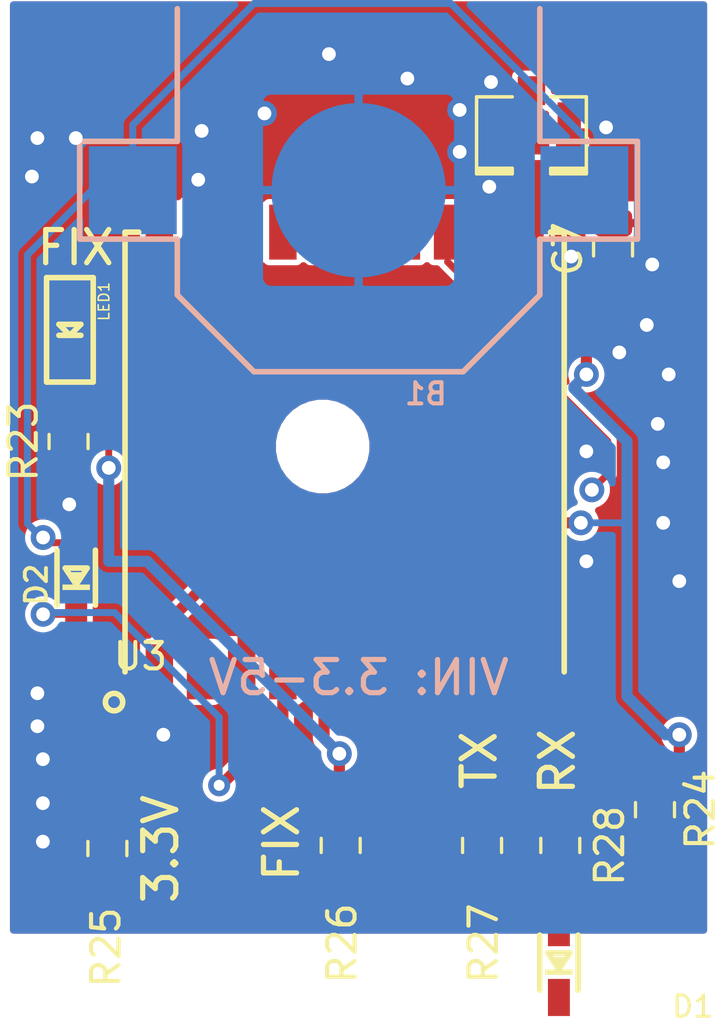
<source format=kicad_pcb>
(kicad_pcb (version 20171130) (host pcbnew 5.0.2-bee76a0~70~ubuntu18.04.1)

  (general
    (thickness 1.6)
    (drawings 6)
    (tracks 138)
    (zones 0)
    (modules 13)
    (nets 12)
  )

  (page A4)
  (layers
    (0 Top signal)
    (1 In1.Cu power)
    (2 In2.Cu power)
    (31 Bottom signal)
    (32 B.Adhes user)
    (33 F.Adhes user)
    (34 B.Paste user)
    (35 F.Paste user)
    (36 B.SilkS user)
    (37 F.SilkS user)
    (38 B.Mask user)
    (39 F.Mask user)
    (40 Dwgs.User user)
    (41 Cmts.User user)
    (42 Eco1.User user)
    (43 Eco2.User user)
    (44 Edge.Cuts user)
    (45 Margin user)
    (46 B.CrtYd user)
    (47 F.CrtYd user)
    (48 B.Fab user)
    (49 F.Fab user hide)
  )

  (setup
    (last_trace_width 0.813)
    (trace_clearance 0.2)
    (zone_clearance 0.508)
    (zone_45_only no)
    (trace_min 0.2)
    (segment_width 0.2)
    (edge_width 0.15)
    (via_size 0.8)
    (via_drill 0.4)
    (via_min_size 0.4)
    (via_min_drill 0.3)
    (uvia_size 0.3)
    (uvia_drill 0.1)
    (uvias_allowed no)
    (uvia_min_size 0.2)
    (uvia_min_drill 0.1)
    (pcb_text_width 0.3)
    (pcb_text_size 1.5 1.5)
    (mod_edge_width 0.15)
    (mod_text_size 1 1)
    (mod_text_width 0.15)
    (pad_size 1.524 1.524)
    (pad_drill 0.762)
    (pad_to_mask_clearance 0.2)
    (solder_mask_min_width 0.25)
    (aux_axis_origin 0 0)
    (visible_elements FFFFFF7F)
    (pcbplotparams
      (layerselection 0x010fc_ffffffff)
      (usegerberextensions false)
      (usegerberattributes false)
      (usegerberadvancedattributes false)
      (creategerberjobfile false)
      (excludeedgelayer true)
      (linewidth 0.100000)
      (plotframeref false)
      (viasonmask false)
      (mode 1)
      (useauxorigin false)
      (hpglpennumber 1)
      (hpglpenspeed 20)
      (hpglpendiameter 15.000000)
      (psnegative false)
      (psa4output false)
      (plotreference true)
      (plotvalue true)
      (plotinvisibletext false)
      (padsonsilk false)
      (subtractmaskfromsilk false)
      (outputformat 1)
      (mirror false)
      (drillshape 1)
      (scaleselection 1)
      (outputdirectory ""))
  )

  (net 0 "")
  (net 1 GND)
  (net 2 3.3V)
  (net 3 /1PPS)
  (net 4 /FIX)
  (net 5 /VBACKUP)
  (net 6 "Net-(LED1-PadC)")
  (net 7 "Net-(B1-Pad+$1)")
  (net 8 "Net-(D1-PadA)")
  (net 9 "Net-(R27-Pad1)")
  (net 10 "Net-(R28-Pad1)")
  (net 11 "Net-(U$1-PadP$3)")

  (net_class Default "This is the default net class."
    (clearance 0.2)
    (trace_width 0.813)
    (via_dia 0.8)
    (via_drill 0.4)
    (uvia_dia 0.3)
    (uvia_drill 0.1)
    (add_net /1PPS)
    (add_net /FIX)
    (add_net /VBACKUP)
    (add_net 3.3V)
    (add_net GND)
    (add_net "Net-(B1-Pad+$1)")
    (add_net "Net-(D1-PadA)")
    (add_net "Net-(LED1-PadC)")
    (add_net "Net-(R27-Pad1)")
    (add_net "Net-(R28-Pad1)")
    (add_net "Net-(U$1-PadP$3)")
  )

  (module "Adafruit Ultimate GPS:FGPMMOPA6H" (layer Top) (tedit 5CA3B267) (tstamp 5BC800D4)
    (at 147.9931 104.6226 90)
    (path /2DF3FE209D0AA111)
    (fp_text reference U3 (at -8 -8.5) (layer F.SilkS)
      (effects (font (size 0.9652 0.9652) (thickness 0.14478)) (justify left bottom))
    )
    (fp_text value FGPMMOPA6H (at -8 9.5) (layer F.Fab)
      (effects (font (size 0.9652 0.9652) (thickness 0.077216)) (justify left bottom))
    )
    (fp_circle (center -9.1 -8.4) (end -8.7838 -8.4) (layer F.SilkS) (width 0.2032))
    (fp_line (start 8 -8) (end 8 -7.5) (layer F.SilkS) (width 0.2032))
    (fp_line (start 8 7.5) (end 8 8) (layer F.SilkS) (width 0.2032))
    (fp_line (start -8 8) (end -8 -8) (layer F.Fab) (width 0.2032))
    (fp_line (start 8 8) (end -8 8) (layer F.Fab) (width 0.2032))
    (fp_line (start 8 -8) (end 8 8) (layer F.Fab) (width 0.127))
    (fp_line (start -8 -8) (end 8 -8) (layer F.Fab) (width 0.2032))
    (fp_line (start 8 8) (end -8 8) (layer F.SilkS) (width 0.2032))
    (fp_line (start -8 -8) (end 8 -8) (layer F.SilkS) (width 0.2032))
    (pad "" np_thru_hole circle (at 0.2 -0.8 90) (size 3 3) (drill 3) (layers *.Cu))
    (pad P$20 smd rect (at 8 -6.75 270) (size 2 1) (layers Top F.Paste F.Mask)
      (solder_mask_margin 0.0508))
    (pad P$19 smd rect (at 8 -5.25 270) (size 2 1) (layers Top F.Paste F.Mask)
      (net 1 GND) (solder_mask_margin 0.0508))
    (pad P$18 smd rect (at 8 -3.75 270) (size 2 1) (layers Top F.Paste F.Mask)
      (solder_mask_margin 0.0508))
    (pad P$17 smd rect (at 8 -2.25 270) (size 2 1) (layers Top F.Paste F.Mask)
      (solder_mask_margin 0.0508))
    (pad P$16 smd rect (at 8 -0.75 270) (size 2 1) (layers Top F.Paste F.Mask)
      (solder_mask_margin 0.0508))
    (pad P$15 smd rect (at 8 0.75 270) (size 2 1) (layers Top F.Paste F.Mask)
      (solder_mask_margin 0.0508))
    (pad P$14 smd rect (at 8 2.25 270) (size 2 1) (layers Top F.Paste F.Mask)
      (solder_mask_margin 0.0508))
    (pad P$13 smd rect (at 8 3.75 270) (size 2 1) (layers Top F.Paste F.Mask)
      (solder_mask_margin 0.0508))
    (pad P$12 smd rect (at 8 5.25 270) (size 2 1) (layers Top F.Paste F.Mask)
      (net 1 GND) (solder_mask_margin 0.0508))
    (pad P$11 smd rect (at 8 6.75 270) (size 2 1) (layers Top F.Paste F.Mask)
      (net 11 "Net-(U$1-PadP$3)") (solder_mask_margin 0.0508))
    (pad P$10 smd rect (at -8 6.75 90) (size 2 1) (layers Top F.Paste F.Mask)
      (net 10 "Net-(R28-Pad1)") (solder_mask_margin 0.0508))
    (pad P$9 smd rect (at -8 5.25 90) (size 2 1) (layers Top F.Paste F.Mask)
      (net 9 "Net-(R27-Pad1)") (solder_mask_margin 0.0508))
    (pad P$8 smd rect (at -8 3.75 90) (size 2 1) (layers Top F.Paste F.Mask)
      (net 1 GND) (solder_mask_margin 0.0508))
    (pad P$7 smd rect (at -8 2.25 90) (size 2 1) (layers Top F.Paste F.Mask)
      (solder_mask_margin 0.0508))
    (pad P$6 smd rect (at -8 0.75 90) (size 2 1) (layers Top F.Paste F.Mask)
      (solder_mask_margin 0.0508))
    (pad P$5 smd rect (at -8 -0.75 90) (size 2 1) (layers Top F.Paste F.Mask)
      (net 4 /FIX) (solder_mask_margin 0.0508))
    (pad P$4 smd rect (at -8 -2.25 90) (size 2 1) (layers Top F.Paste F.Mask)
      (net 5 /VBACKUP) (solder_mask_margin 0.0508))
    (pad P$3 smd rect (at -8 -3.75 90) (size 2 1) (layers Top F.Paste F.Mask)
      (net 1 GND) (solder_mask_margin 0.0508))
    (pad P$2 smd rect (at -8 -5.25 90) (size 2 1) (layers Top F.Paste F.Mask)
      (solder_mask_margin 0.0508))
    (pad P$1 smd rect (at -8 -6.75 90) (size 2 1) (layers Top F.Paste F.Mask)
      (net 2 3.3V) (solder_mask_margin 0.0508))
  )

  (module "Adafruit Ultimate GPS:CHIPLED_0805" (layer Top) (tedit 0) (tstamp 5BC80109)
    (at 137.9841 100.1776 180)
    (descr "<b>CHIPLED 0805</b>")
    (path /5CA3FB4A)
    (fp_text reference LED1 (at -1.016 1.778 90) (layer F.SilkS)
      (effects (font (size 0.38608 0.38608) (thickness 0.057912)) (justify right top))
    )
    (fp_text value RED (at 1.397 1.778 90) (layer F.Fab)
      (effects (font (size 0.9652 0.9652) (thickness 0.077216)) (justify left bottom))
    )
    (fp_poly (pts (xy -0.625 -0.925) (xy -0.3 -0.925) (xy -0.3 -1) (xy -0.625 -1)) (layer F.Fab) (width 0))
    (fp_poly (pts (xy -0.6 -0.5) (xy -0.3 -0.5) (xy -0.3 -0.762) (xy -0.6 -0.762)) (layer F.Fab) (width 0))
    (fp_poly (pts (xy -0.2 0.675) (xy 0.2 0.675) (xy 0.2 0.5) (xy -0.2 0.5)) (layer F.Fab) (width 0))
    (fp_poly (pts (xy -0.325 0.75) (xy -0.175 0.75) (xy -0.175 0.5) (xy -0.325 0.5)) (layer F.Fab) (width 0))
    (fp_poly (pts (xy 0.175 0.75) (xy 0.325 0.75) (xy 0.325 0.5) (xy 0.175 0.5)) (layer F.Fab) (width 0))
    (fp_poly (pts (xy -0.625 1) (xy -0.3 1) (xy -0.3 0.5) (xy -0.625 0.5)) (layer F.Fab) (width 0))
    (fp_poly (pts (xy 0.3 1) (xy 0.625 1) (xy 0.625 0.5) (xy 0.3 0.5)) (layer F.Fab) (width 0))
    (fp_poly (pts (xy -0.2 -0.5) (xy 0.2 -0.5) (xy 0.2 -0.675) (xy -0.2 -0.675)) (layer F.Fab) (width 0))
    (fp_poly (pts (xy 0.175 -0.5) (xy 0.325 -0.5) (xy 0.325 -0.75) (xy 0.175 -0.75)) (layer F.Fab) (width 0))
    (fp_poly (pts (xy -0.325 -0.5) (xy -0.175 -0.5) (xy -0.175 -0.75) (xy -0.325 -0.75)) (layer F.Fab) (width 0))
    (fp_poly (pts (xy 0.3 -0.5) (xy 0.625 -0.5) (xy 0.625 -1) (xy 0.3 -1)) (layer F.Fab) (width 0))
    (fp_text user C (at -0.1 -1.2 180) (layer F.Fab)
      (effects (font (size 0.2413 0.2413) (thickness 0.02032)) (justify left bottom))
    )
    (fp_text user A (at -0.1 1.4 180) (layer F.Fab)
      (effects (font (size 0.2413 0.2413) (thickness 0.02032)) (justify left bottom))
    )
    (fp_circle (center -0.45 -0.85) (end -0.347 -0.85) (layer F.Fab) (width 0.0762))
    (fp_line (start 0.85 -1.9) (end 0.85 1.9) (layer F.SilkS) (width 0.2032))
    (fp_line (start -0.85 -1.9) (end 0.85 -1.9) (layer F.SilkS) (width 0.2032))
    (fp_line (start -0.85 1.9) (end -0.85 -1.9) (layer F.SilkS) (width 0.2032))
    (fp_line (start 0.85 1.9) (end -0.85 1.9) (layer F.SilkS) (width 0.2032))
    (fp_line (start 0.4 0.2) (end 0 -0.2) (layer F.SilkS) (width 0.2032))
    (fp_line (start -0.4 0.2) (end 0.4 0.2) (layer F.SilkS) (width 0.2032))
    (fp_line (start 0 -0.2) (end -0.4 0.2) (layer F.SilkS) (width 0.2032))
    (fp_line (start 0 -0.2) (end 0.4 -0.2) (layer F.SilkS) (width 0.2032))
    (fp_line (start -0.4 -0.2) (end 0 -0.2) (layer F.SilkS) (width 0.2032))
    (fp_line (start -0.575 0.5) (end -0.575 -0.925) (layer F.Fab) (width 0.1016))
    (fp_line (start 0.575 -0.525) (end 0.575 0.525) (layer F.Fab) (width 0.1016))
    (fp_arc (start 0 0.979199) (end -0.35 0.925) (angle 162.394521) (layer F.Fab) (width 0.1016))
    (fp_arc (start 0 -0.979199) (end -0.35 -0.925) (angle -162.394521) (layer F.Fab) (width 0.1016))
    (pad A smd rect (at 0 1.05 180) (size 1.2 1.2) (layers Top F.Paste F.Mask)
      (net 4 /FIX) (solder_mask_margin 0.0508))
    (pad C smd rect (at 0 -1.05 180) (size 1.2 1.2) (layers Top F.Paste F.Mask)
      (net 6 "Net-(LED1-PadC)") (solder_mask_margin 0.0508))
  )

  (module "Adafruit Ultimate GPS:SOD-323" (layer Top) (tedit 0) (tstamp 5BC80177)
    (at 155.8 123.2 90)
    (descr "<b>SOD323</b> (2.5x1.2mm)")
    (path /5CA3FB48)
    (fp_text reference D1 (at -2.05 4.05) (layer F.SilkS)
      (effects (font (size 0.77216 0.77216) (thickness 0.115824)) (justify left bottom))
    )
    (fp_text value 1N4148 (at -1.1 1.792 90) (layer F.Fab)
      (effects (font (size 0.9652 0.9652) (thickness 0.077216)) (justify right top))
    )
    (fp_poly (pts (xy -0.1 0) (xy 0.2 -0.2) (xy 0.2 0.2)) (layer F.SilkS) (width 0))
    (fp_poly (pts (xy -0.45 0.5) (xy -0.25 0.5) (xy -0.25 -0.5) (xy -0.45 -0.5)) (layer F.SilkS) (width 0))
    (fp_line (start 0.35 0.4) (end -0.25 0) (layer F.SilkS) (width 0.2032))
    (fp_line (start 0.35 -0.4) (end 0.35 0.4) (layer F.SilkS) (width 0.2032))
    (fp_line (start -0.25 0) (end 0.35 -0.4) (layer F.SilkS) (width 0.2032))
    (fp_line (start -1 0.7) (end -1 -0.7) (layer F.Fab) (width 0.2032))
    (fp_line (start 1 0.7) (end -1 0.7) (layer F.SilkS) (width 0.2032))
    (fp_line (start 1 -0.7) (end 1 0.7) (layer F.Fab) (width 0.2032))
    (fp_line (start -1 -0.7) (end 1 -0.7) (layer F.SilkS) (width 0.2032))
    (pad A smd rect (at 1.27 0 90) (size 1.35 0.8) (layers Top F.Paste F.Mask)
      (net 8 "Net-(D1-PadA)") (solder_mask_margin 0.0508))
    (pad C smd rect (at -1.27 0 90) (size 1.35 0.8) (layers Top F.Paste F.Mask)
      (solder_mask_margin 0.0508))
  )

  (module "Adafruit Ultimate GPS:CR1220" (layer Bottom) (tedit 0) (tstamp 5CA3BEE7)
    (at 148.5011 95.0976 180)
    (path /96DDDAD98A000202)
    (fp_text reference B1 (at -3.302 -7.86 180) (layer B.SilkS)
      (effects (font (size 0.77216 0.77216) (thickness 0.146304)) (justify left bottom mirror))
    )
    (fp_text value CR1220 (at -3.302 -8.868 180) (layer B.Fab)
      (effects (font (size 0.38608 0.38608) (thickness 0.04064)) (justify left bottom mirror))
    )
    (fp_line (start 6.604 1.778) (end 6.604 6.604) (layer B.Fab) (width 0.2032))
    (fp_line (start 10.16 1.778) (end 6.604 1.778) (layer B.Fab) (width 0.2032))
    (fp_line (start 10.16 -1.778) (end 10.16 1.778) (layer B.Fab) (width 0.2032))
    (fp_line (start 6.604 -1.778) (end 10.16 -1.778) (layer B.Fab) (width 0.2032))
    (fp_line (start 6.604 -3.81) (end 6.604 -1.778) (layer B.Fab) (width 0.2032))
    (fp_line (start 3.81 -6.604) (end 6.604 -3.81) (layer B.Fab) (width 0.2032))
    (fp_line (start -3.81 -6.604) (end 3.81 -6.604) (layer B.Fab) (width 0.2032))
    (fp_line (start -6.604 -3.81) (end -3.81 -6.604) (layer B.Fab) (width 0.2032))
    (fp_line (start -6.604 -1.778) (end -6.604 -3.81) (layer B.Fab) (width 0.2032))
    (fp_line (start -10.16 -1.778) (end -6.604 -1.778) (layer B.Fab) (width 0.2032))
    (fp_line (start -10.16 1.778) (end -10.16 -1.778) (layer B.Fab) (width 0.2032))
    (fp_line (start -6.604 1.778) (end -10.16 1.778) (layer B.Fab) (width 0.2032))
    (fp_line (start -6.604 6.604) (end -6.604 1.778) (layer B.Fab) (width 0.2032))
    (fp_circle (center 0 0) (end 6.282115 0) (layer B.Mask) (width 0.1))
    (fp_circle (center 8.4254 0.154) (end 9.3412 0.154) (layer B.Fab) (width 0.2032))
    (fp_circle (center -8.2794 0) (end -7.3636 0) (layer B.Fab) (width 0.2032))
    (fp_line (start -10.16 1.778) (end -10.16 -1.778) (layer B.SilkS) (width 0.2032))
    (fp_line (start -6.604 1.778) (end -10.16 1.778) (layer B.SilkS) (width 0.2032))
    (fp_line (start -6.604 6.604) (end -6.604 1.778) (layer B.SilkS) (width 0.2032))
    (fp_line (start -5.334 6.604) (end -6.604 6.604) (layer B.Fab) (width 0.2032))
    (fp_line (start -3.048 4.318) (end -5.334 6.604) (layer B.Fab) (width 0.2032))
    (fp_line (start 3.048 4.318) (end -3.048 4.318) (layer B.Fab) (width 0.2032))
    (fp_line (start 5.334 6.604) (end 3.048 4.318) (layer B.Fab) (width 0.2032))
    (fp_line (start 6.604 6.604) (end 5.334 6.604) (layer B.Fab) (width 0.2032))
    (fp_line (start 6.604 1.778) (end 6.604 6.604) (layer B.SilkS) (width 0.2032))
    (fp_line (start 10.16 1.778) (end 6.604 1.778) (layer B.SilkS) (width 0.2032))
    (fp_line (start 10.16 -1.778) (end 10.16 1.778) (layer B.SilkS) (width 0.2032))
    (fp_line (start 6.604 -1.778) (end 10.16 -1.778) (layer B.SilkS) (width 0.2032))
    (fp_line (start 6.604 -3.81) (end 6.604 -1.778) (layer B.SilkS) (width 0.2032))
    (fp_line (start 3.81 -6.604) (end 6.604 -3.81) (layer B.SilkS) (width 0.2032))
    (fp_line (start -3.81 -6.604) (end 3.81 -6.604) (layer B.SilkS) (width 0.2032))
    (fp_line (start -6.604 -3.81) (end -3.81 -6.604) (layer B.SilkS) (width 0.2032))
    (fp_line (start -6.604 -1.778) (end -6.604 -3.81) (layer B.SilkS) (width 0.2032))
    (fp_line (start -10.16 -1.778) (end -6.604 -1.778) (layer B.SilkS) (width 0.2032))
    (pad +$2 smd rect (at 8.2254 0 180) (size 3.2 3.2) (layers Bottom B.Paste B.Mask)
      (net 7 "Net-(B1-Pad+$1)") (solder_mask_margin 0.0508))
    (pad +$1 smd rect (at -8.2254 0 180) (size 3.2 3.2) (layers Bottom B.Paste B.Mask)
      (net 7 "Net-(B1-Pad+$1)") (solder_mask_margin 0.0508))
    (pad - smd roundrect (at 0 0 180) (size 6.35 6.35) (layers Bottom B.Mask) (roundrect_rratio 0.5)
      (net 1 GND) (solder_mask_margin 0.0508))
  )

  (module "Adafruit Ultimate GPS:SOD-323" (layer Top) (tedit 0) (tstamp 5BC80B5C)
    (at 138.2141 109.1946 90)
    (descr "<b>SOD323</b> (2.5x1.2mm)")
    (path /A3EFA98ECB5A3888)
    (fp_text reference D2 (at -1.1 -1 90) (layer F.SilkS)
      (effects (font (size 0.77216 0.77216) (thickness 0.138988)) (justify left bottom))
    )
    (fp_text value CUS520 (at -1.1 1.792 90) (layer F.Fab)
      (effects (font (size 0.9652 0.9652) (thickness 0.09652)) (justify left bottom))
    )
    (fp_poly (pts (xy -0.1 0) (xy 0.2 -0.2) (xy 0.2 0.2)) (layer F.SilkS) (width 0))
    (fp_poly (pts (xy -0.45 0.5) (xy -0.25 0.5) (xy -0.25 -0.5) (xy -0.45 -0.5)) (layer F.SilkS) (width 0))
    (fp_line (start 0.35 0.4) (end -0.25 0) (layer F.SilkS) (width 0.2032))
    (fp_line (start 0.35 -0.4) (end 0.35 0.4) (layer F.SilkS) (width 0.2032))
    (fp_line (start -0.25 0) (end 0.35 -0.4) (layer F.SilkS) (width 0.2032))
    (fp_line (start -1 0.7) (end -1 -0.7) (layer F.Fab) (width 0.2032))
    (fp_line (start 1 0.7) (end -1 0.7) (layer F.SilkS) (width 0.2032))
    (fp_line (start 1 -0.7) (end 1 0.7) (layer F.Fab) (width 0.2032))
    (fp_line (start -1 -0.7) (end 1 -0.7) (layer F.SilkS) (width 0.2032))
    (pad A smd rect (at 1.27 0 90) (size 1.35 0.8) (layers Top F.Paste F.Mask)
      (net 7 "Net-(B1-Pad+$1)") (solder_mask_margin 0.0508))
    (pad C smd rect (at -1.27 0 90) (size 1.35 0.8) (layers Top F.Paste F.Mask)
      (net 5 /VBACKUP) (solder_mask_margin 0.0508))
  )

  (module Capacitor_SMD:C_0805_2012Metric (layer Top) (tedit 5B36C52B) (tstamp 5CA3C97A)
    (at 157.7721 97.2326 90)
    (descr "Capacitor SMD 0805 (2012 Metric), square (rectangular) end terminal, IPC_7351 nominal, (Body size source: https://docs.google.com/spreadsheets/d/1BsfQQcO9C6DZCsRaXUlFlo91Tg2WpOkGARC1WS5S8t0/edit?usp=sharing), generated with kicad-footprint-generator")
    (tags capacitor)
    (path /5CA3FB45)
    (attr smd)
    (fp_text reference C7 (at 0 -1.65 90) (layer F.SilkS)
      (effects (font (size 1 1) (thickness 0.15)))
    )
    (fp_text value 0.1uF (at 0 1.65 90) (layer F.Fab)
      (effects (font (size 1 1) (thickness 0.15)))
    )
    (fp_line (start -1 0.6) (end -1 -0.6) (layer F.Fab) (width 0.1))
    (fp_line (start -1 -0.6) (end 1 -0.6) (layer F.Fab) (width 0.1))
    (fp_line (start 1 -0.6) (end 1 0.6) (layer F.Fab) (width 0.1))
    (fp_line (start 1 0.6) (end -1 0.6) (layer F.Fab) (width 0.1))
    (fp_line (start -0.258578 -0.71) (end 0.258578 -0.71) (layer F.SilkS) (width 0.12))
    (fp_line (start -0.258578 0.71) (end 0.258578 0.71) (layer F.SilkS) (width 0.12))
    (fp_line (start -1.68 0.95) (end -1.68 -0.95) (layer F.CrtYd) (width 0.05))
    (fp_line (start -1.68 -0.95) (end 1.68 -0.95) (layer F.CrtYd) (width 0.05))
    (fp_line (start 1.68 -0.95) (end 1.68 0.95) (layer F.CrtYd) (width 0.05))
    (fp_line (start 1.68 0.95) (end -1.68 0.95) (layer F.CrtYd) (width 0.05))
    (fp_text user %R (at 0 0 90) (layer F.Fab)
      (effects (font (size 0.5 0.5) (thickness 0.08)))
    )
    (pad 1 smd roundrect (at -0.9375 0 90) (size 0.975 1.4) (layers Top F.Paste F.Mask) (roundrect_rratio 0.25)
      (net 2 3.3V))
    (pad 2 smd roundrect (at 0.9375 0 90) (size 0.975 1.4) (layers Top F.Paste F.Mask) (roundrect_rratio 0.25)
      (net 1 GND))
    (model ${KISYS3DMOD}/Capacitor_SMD.3dshapes/C_0805_2012Metric.wrl
      (at (xyz 0 0 0))
      (scale (xyz 1 1 1))
      (rotate (xyz 0 0 0))
    )
  )

  (module Resistor_SMD:R_0805_2012Metric (layer Top) (tedit 5B36C52B) (tstamp 5CA3C98A)
    (at 137.9361 104.2416 90)
    (descr "Resistor SMD 0805 (2012 Metric), square (rectangular) end terminal, IPC_7351 nominal, (Body size source: https://docs.google.com/spreadsheets/d/1BsfQQcO9C6DZCsRaXUlFlo91Tg2WpOkGARC1WS5S8t0/edit?usp=sharing), generated with kicad-footprint-generator")
    (tags resistor)
    (path /5CA3FB47)
    (attr smd)
    (fp_text reference R23 (at 0 -1.65 90) (layer F.SilkS)
      (effects (font (size 1 1) (thickness 0.15)))
    )
    (fp_text value 1K (at 0 1.65 90) (layer F.Fab)
      (effects (font (size 1 1) (thickness 0.15)))
    )
    (fp_line (start -1 0.6) (end -1 -0.6) (layer F.Fab) (width 0.1))
    (fp_line (start -1 -0.6) (end 1 -0.6) (layer F.Fab) (width 0.1))
    (fp_line (start 1 -0.6) (end 1 0.6) (layer F.Fab) (width 0.1))
    (fp_line (start 1 0.6) (end -1 0.6) (layer F.Fab) (width 0.1))
    (fp_line (start -0.258578 -0.71) (end 0.258578 -0.71) (layer F.SilkS) (width 0.12))
    (fp_line (start -0.258578 0.71) (end 0.258578 0.71) (layer F.SilkS) (width 0.12))
    (fp_line (start -1.68 0.95) (end -1.68 -0.95) (layer F.CrtYd) (width 0.05))
    (fp_line (start -1.68 -0.95) (end 1.68 -0.95) (layer F.CrtYd) (width 0.05))
    (fp_line (start 1.68 -0.95) (end 1.68 0.95) (layer F.CrtYd) (width 0.05))
    (fp_line (start 1.68 0.95) (end -1.68 0.95) (layer F.CrtYd) (width 0.05))
    (fp_text user %R (at 0 0 90) (layer F.Fab)
      (effects (font (size 0.5 0.5) (thickness 0.08)))
    )
    (pad 1 smd roundrect (at -0.9375 0 90) (size 0.975 1.4) (layers Top F.Paste F.Mask) (roundrect_rratio 0.25)
      (net 1 GND))
    (pad 2 smd roundrect (at 0.9375 0 90) (size 0.975 1.4) (layers Top F.Paste F.Mask) (roundrect_rratio 0.25)
      (net 6 "Net-(LED1-PadC)"))
    (model ${KISYS3DMOD}/Resistor_SMD.3dshapes/R_0805_2012Metric.wrl
      (at (xyz 0 0 0))
      (scale (xyz 1 1 1))
      (rotate (xyz 0 0 0))
    )
  )

  (module Resistor_SMD:R_0805_2012Metric (layer Top) (tedit 5B36C52B) (tstamp 5CA3C99A)
    (at 159.3 117.6375 270)
    (descr "Resistor SMD 0805 (2012 Metric), square (rectangular) end terminal, IPC_7351 nominal, (Body size source: https://docs.google.com/spreadsheets/d/1BsfQQcO9C6DZCsRaXUlFlo91Tg2WpOkGARC1WS5S8t0/edit?usp=sharing), generated with kicad-footprint-generator")
    (tags resistor)
    (path /4F14531CD85E66C8)
    (attr smd)
    (fp_text reference R24 (at 0 -1.65 270) (layer F.SilkS)
      (effects (font (size 1 1) (thickness 0.15)))
    )
    (fp_text value 10K (at 0 1.65 270) (layer F.Fab)
      (effects (font (size 1 1) (thickness 0.15)))
    )
    (fp_text user %R (at 0 0 270) (layer F.Fab)
      (effects (font (size 0.5 0.5) (thickness 0.08)))
    )
    (fp_line (start 1.68 0.95) (end -1.68 0.95) (layer F.CrtYd) (width 0.05))
    (fp_line (start 1.68 -0.95) (end 1.68 0.95) (layer F.CrtYd) (width 0.05))
    (fp_line (start -1.68 -0.95) (end 1.68 -0.95) (layer F.CrtYd) (width 0.05))
    (fp_line (start -1.68 0.95) (end -1.68 -0.95) (layer F.CrtYd) (width 0.05))
    (fp_line (start -0.258578 0.71) (end 0.258578 0.71) (layer F.SilkS) (width 0.12))
    (fp_line (start -0.258578 -0.71) (end 0.258578 -0.71) (layer F.SilkS) (width 0.12))
    (fp_line (start 1 0.6) (end -1 0.6) (layer F.Fab) (width 0.1))
    (fp_line (start 1 -0.6) (end 1 0.6) (layer F.Fab) (width 0.1))
    (fp_line (start -1 -0.6) (end 1 -0.6) (layer F.Fab) (width 0.1))
    (fp_line (start -1 0.6) (end -1 -0.6) (layer F.Fab) (width 0.1))
    (pad 2 smd roundrect (at 0.9375 0 270) (size 0.975 1.4) (layers Top F.Paste F.Mask) (roundrect_rratio 0.25)
      (net 8 "Net-(D1-PadA)"))
    (pad 1 smd roundrect (at -0.9375 0 270) (size 0.975 1.4) (layers Top F.Paste F.Mask) (roundrect_rratio 0.25)
      (net 2 3.3V))
    (model ${KISYS3DMOD}/Resistor_SMD.3dshapes/R_0805_2012Metric.wrl
      (at (xyz 0 0 0))
      (scale (xyz 1 1 1))
      (rotate (xyz 0 0 0))
    )
  )

  (module Resistor_SMD:R_0805_2012Metric (layer Top) (tedit 5B36C52B) (tstamp 5CA3C9BA)
    (at 139.35 119.05 270)
    (descr "Resistor SMD 0805 (2012 Metric), square (rectangular) end terminal, IPC_7351 nominal, (Body size source: https://docs.google.com/spreadsheets/d/1BsfQQcO9C6DZCsRaXUlFlo91Tg2WpOkGARC1WS5S8t0/edit?usp=sharing), generated with kicad-footprint-generator")
    (tags resistor)
    (path /5D048A73)
    (attr smd)
    (fp_text reference R25 (at 3.6 0.05 270) (layer F.SilkS)
      (effects (font (size 1 1) (thickness 0.15)))
    )
    (fp_text value 0 (at 0 1.65 270) (layer F.Fab)
      (effects (font (size 1 1) (thickness 0.15)))
    )
    (fp_line (start -1 0.6) (end -1 -0.6) (layer F.Fab) (width 0.1))
    (fp_line (start -1 -0.6) (end 1 -0.6) (layer F.Fab) (width 0.1))
    (fp_line (start 1 -0.6) (end 1 0.6) (layer F.Fab) (width 0.1))
    (fp_line (start 1 0.6) (end -1 0.6) (layer F.Fab) (width 0.1))
    (fp_line (start -0.258578 -0.71) (end 0.258578 -0.71) (layer F.SilkS) (width 0.12))
    (fp_line (start -0.258578 0.71) (end 0.258578 0.71) (layer F.SilkS) (width 0.12))
    (fp_line (start -1.68 0.95) (end -1.68 -0.95) (layer F.CrtYd) (width 0.05))
    (fp_line (start -1.68 -0.95) (end 1.68 -0.95) (layer F.CrtYd) (width 0.05))
    (fp_line (start 1.68 -0.95) (end 1.68 0.95) (layer F.CrtYd) (width 0.05))
    (fp_line (start 1.68 0.95) (end -1.68 0.95) (layer F.CrtYd) (width 0.05))
    (fp_text user %R (at 0 0 270) (layer F.Fab)
      (effects (font (size 0.5 0.5) (thickness 0.08)))
    )
    (pad 1 smd roundrect (at -0.9375 0 270) (size 0.975 1.4) (layers Top F.Paste F.Mask) (roundrect_rratio 0.25)
      (net 2 3.3V))
    (pad 2 smd roundrect (at 0.9375 0 270) (size 0.975 1.4) (layers Top F.Paste F.Mask) (roundrect_rratio 0.25)
      (net 2 3.3V))
    (model ${KISYS3DMOD}/Resistor_SMD.3dshapes/R_0805_2012Metric.wrl
      (at (xyz 0 0 0))
      (scale (xyz 1 1 1))
      (rotate (xyz 0 0 0))
    )
  )

  (module Resistor_SMD:R_0805_2012Metric (layer Top) (tedit 5B36C52B) (tstamp 5CA3C9CB)
    (at 147.85 118.9375 270)
    (descr "Resistor SMD 0805 (2012 Metric), square (rectangular) end terminal, IPC_7351 nominal, (Body size source: https://docs.google.com/spreadsheets/d/1BsfQQcO9C6DZCsRaXUlFlo91Tg2WpOkGARC1WS5S8t0/edit?usp=sharing), generated with kicad-footprint-generator")
    (tags resistor)
    (path /5D73E76D)
    (attr smd)
    (fp_text reference R26 (at 3.5625 -0.05 270) (layer F.SilkS)
      (effects (font (size 1 1) (thickness 0.15)))
    )
    (fp_text value 0 (at 0 1.65 270) (layer F.Fab)
      (effects (font (size 1 1) (thickness 0.15)))
    )
    (fp_text user %R (at 0 0 270) (layer F.Fab)
      (effects (font (size 0.5 0.5) (thickness 0.08)))
    )
    (fp_line (start 1.68 0.95) (end -1.68 0.95) (layer F.CrtYd) (width 0.05))
    (fp_line (start 1.68 -0.95) (end 1.68 0.95) (layer F.CrtYd) (width 0.05))
    (fp_line (start -1.68 -0.95) (end 1.68 -0.95) (layer F.CrtYd) (width 0.05))
    (fp_line (start -1.68 0.95) (end -1.68 -0.95) (layer F.CrtYd) (width 0.05))
    (fp_line (start -0.258578 0.71) (end 0.258578 0.71) (layer F.SilkS) (width 0.12))
    (fp_line (start -0.258578 -0.71) (end 0.258578 -0.71) (layer F.SilkS) (width 0.12))
    (fp_line (start 1 0.6) (end -1 0.6) (layer F.Fab) (width 0.1))
    (fp_line (start 1 -0.6) (end 1 0.6) (layer F.Fab) (width 0.1))
    (fp_line (start -1 -0.6) (end 1 -0.6) (layer F.Fab) (width 0.1))
    (fp_line (start -1 0.6) (end -1 -0.6) (layer F.Fab) (width 0.1))
    (pad 2 smd roundrect (at 0.9375 0 270) (size 0.975 1.4) (layers Top F.Paste F.Mask) (roundrect_rratio 0.25))
    (pad 1 smd roundrect (at -0.9375 0 270) (size 0.975 1.4) (layers Top F.Paste F.Mask) (roundrect_rratio 0.25)
      (net 4 /FIX))
    (model ${KISYS3DMOD}/Resistor_SMD.3dshapes/R_0805_2012Metric.wrl
      (at (xyz 0 0 0))
      (scale (xyz 1 1 1))
      (rotate (xyz 0 0 0))
    )
  )

  (module Resistor_SMD:R_0805_2012Metric (layer Top) (tedit 5B36C52B) (tstamp 5CA3CE4B)
    (at 153 118.9375 270)
    (descr "Resistor SMD 0805 (2012 Metric), square (rectangular) end terminal, IPC_7351 nominal, (Body size source: https://docs.google.com/spreadsheets/d/1BsfQQcO9C6DZCsRaXUlFlo91Tg2WpOkGARC1WS5S8t0/edit?usp=sharing), generated with kicad-footprint-generator")
    (tags resistor)
    (path /5D392E5B)
    (attr smd)
    (fp_text reference R27 (at 3.5625 -0.05 270) (layer F.SilkS)
      (effects (font (size 1 1) (thickness 0.15)))
    )
    (fp_text value 0 (at 0 1.65 270) (layer F.Fab)
      (effects (font (size 1 1) (thickness 0.15)))
    )
    (fp_text user %R (at 0 0 270) (layer F.Fab)
      (effects (font (size 0.5 0.5) (thickness 0.08)))
    )
    (fp_line (start 1.68 0.95) (end -1.68 0.95) (layer F.CrtYd) (width 0.05))
    (fp_line (start 1.68 -0.95) (end 1.68 0.95) (layer F.CrtYd) (width 0.05))
    (fp_line (start -1.68 -0.95) (end 1.68 -0.95) (layer F.CrtYd) (width 0.05))
    (fp_line (start -1.68 0.95) (end -1.68 -0.95) (layer F.CrtYd) (width 0.05))
    (fp_line (start -0.258578 0.71) (end 0.258578 0.71) (layer F.SilkS) (width 0.12))
    (fp_line (start -0.258578 -0.71) (end 0.258578 -0.71) (layer F.SilkS) (width 0.12))
    (fp_line (start 1 0.6) (end -1 0.6) (layer F.Fab) (width 0.1))
    (fp_line (start 1 -0.6) (end 1 0.6) (layer F.Fab) (width 0.1))
    (fp_line (start -1 -0.6) (end 1 -0.6) (layer F.Fab) (width 0.1))
    (fp_line (start -1 0.6) (end -1 -0.6) (layer F.Fab) (width 0.1))
    (pad 2 smd roundrect (at 0.9375 0 270) (size 0.975 1.4) (layers Top F.Paste F.Mask) (roundrect_rratio 0.25))
    (pad 1 smd roundrect (at -0.9375 0 270) (size 0.975 1.4) (layers Top F.Paste F.Mask) (roundrect_rratio 0.25)
      (net 9 "Net-(R27-Pad1)"))
    (model ${KISYS3DMOD}/Resistor_SMD.3dshapes/R_0805_2012Metric.wrl
      (at (xyz 0 0 0))
      (scale (xyz 1 1 1))
      (rotate (xyz 0 0 0))
    )
  )

  (module Resistor_SMD:R_0805_2012Metric (layer Top) (tedit 5B36C52B) (tstamp 5CA3D722)
    (at 155.85 118.9375 270)
    (descr "Resistor SMD 0805 (2012 Metric), square (rectangular) end terminal, IPC_7351 nominal, (Body size source: https://docs.google.com/spreadsheets/d/1BsfQQcO9C6DZCsRaXUlFlo91Tg2WpOkGARC1WS5S8t0/edit?usp=sharing), generated with kicad-footprint-generator")
    (tags resistor)
    (path /5D394D2A)
    (attr smd)
    (fp_text reference R28 (at 0.0125 -1.8 270) (layer F.SilkS)
      (effects (font (size 1 1) (thickness 0.15)))
    )
    (fp_text value 0 (at 0 1.65 270) (layer F.Fab)
      (effects (font (size 1 1) (thickness 0.15)))
    )
    (fp_line (start -1 0.6) (end -1 -0.6) (layer F.Fab) (width 0.1))
    (fp_line (start -1 -0.6) (end 1 -0.6) (layer F.Fab) (width 0.1))
    (fp_line (start 1 -0.6) (end 1 0.6) (layer F.Fab) (width 0.1))
    (fp_line (start 1 0.6) (end -1 0.6) (layer F.Fab) (width 0.1))
    (fp_line (start -0.258578 -0.71) (end 0.258578 -0.71) (layer F.SilkS) (width 0.12))
    (fp_line (start -0.258578 0.71) (end 0.258578 0.71) (layer F.SilkS) (width 0.12))
    (fp_line (start -1.68 0.95) (end -1.68 -0.95) (layer F.CrtYd) (width 0.05))
    (fp_line (start -1.68 -0.95) (end 1.68 -0.95) (layer F.CrtYd) (width 0.05))
    (fp_line (start 1.68 -0.95) (end 1.68 0.95) (layer F.CrtYd) (width 0.05))
    (fp_line (start 1.68 0.95) (end -1.68 0.95) (layer F.CrtYd) (width 0.05))
    (fp_text user %R (at 0 0 270) (layer F.Fab)
      (effects (font (size 0.5 0.5) (thickness 0.08)))
    )
    (pad 1 smd roundrect (at -0.9375 0 270) (size 0.975 1.4) (layers Top F.Paste F.Mask) (roundrect_rratio 0.25)
      (net 10 "Net-(R28-Pad1)"))
    (pad 2 smd roundrect (at 0.9375 0 270) (size 0.975 1.4) (layers Top F.Paste F.Mask) (roundrect_rratio 0.25)
      (net 8 "Net-(D1-PadA)"))
    (model ${KISYS3DMOD}/Resistor_SMD.3dshapes/R_0805_2012Metric.wrl
      (at (xyz 0 0 0))
      (scale (xyz 1 1 1))
      (rotate (xyz 0 0 0))
    )
  )

  (module "Adafruit Ultimate GPS:U.FL" (layer Top) (tedit 0) (tstamp 5CA3D2B7)
    (at 154.8 93 270)
    (path /14A4E007DC93C178)
    (fp_text reference U$1 (at 0 0 270) (layer F.SilkS) hide
      (effects (font (size 1.27 1.27) (thickness 0.15)) (justify right top))
    )
    (fp_text value U.FL (at 0 0 270) (layer F.SilkS) hide
      (effects (font (size 1.27 1.27) (thickness 0.15)) (justify right top))
    )
    (fp_line (start 1.3 -0.7) (end 1.3 -2) (layer F.SilkS) (width 0.127))
    (fp_line (start 1.3 -2) (end -1.3 -2) (layer F.SilkS) (width 0.127))
    (fp_line (start -1.3 2) (end 1.3 2) (layer F.SilkS) (width 0.127))
    (fp_line (start 1.3 2) (end 1.3 0.7) (layer F.SilkS) (width 0.127))
    (fp_line (start -1.3 -0.7) (end -1.3 -2) (layer F.SilkS) (width 0.127))
    (fp_line (start -1.3 2) (end -1.3 0.7) (layer F.SilkS) (width 0.127))
    (fp_line (start 1.4 -0.7) (end 1.4 -2) (layer F.SilkS) (width 0.127))
    (fp_line (start 1.4 2) (end 1.4 0.7) (layer F.SilkS) (width 0.127))
    (fp_line (start 1.5 -0.7) (end 1.5 -2) (layer F.SilkS) (width 0.127))
    (fp_line (start 1.5 2) (end 1.5 0.7) (layer F.SilkS) (width 0.127))
    (fp_line (start 1.5 -2) (end 1.3 -2) (layer F.SilkS) (width 0.127))
    (fp_line (start 1.5 -0.7) (end 1.3 -0.7) (layer F.SilkS) (width 0.127))
    (fp_line (start 1.5 0.7) (end 1.3 0.7) (layer F.SilkS) (width 0.127))
    (fp_line (start 1.5 2) (end 1.3 2) (layer F.SilkS) (width 0.127))
    (fp_poly (pts (xy -0.889 0.8255) (xy 0.889 0.8255) (xy 0.889 -0.8255) (xy -0.889 -0.8255)) (layer Dwgs.User) (width 0))
    (pad P$1 smd rect (at 0 -1.375 270) (size 2.2 0.85) (layers Top F.Paste F.Mask)
      (net 1 GND) (solder_mask_margin 0.0508))
    (pad P$2 smd rect (at 0 1.375 270) (size 2.2 0.85) (layers Top F.Paste F.Mask)
      (net 1 GND) (solder_mask_margin 0.0508))
    (pad P$3 smd rect (at 1.525 0 270) (size 1.05 1) (layers Top F.Paste F.Mask)
      (net 11 "Net-(U$1-PadP$3)") (solder_mask_margin 0.0508))
    (pad P$4 smd rect (at -1.525 0 270) (size 1.05 1) (layers Top F.Paste F.Mask)
      (solder_mask_margin 0.0508))
  )

  (gr_text FIX (at 146.4 120.35 90) (layer F.SilkS) (tstamp 60400037F500)
    (effects (font (size 1.2065 1.2065) (thickness 0.1905)) (justify left bottom))
  )
  (gr_text 3.3V (at 142 121.15 90) (layer F.SilkS) (tstamp 60400037BF00)
    (effects (font (size 1.2065 1.2065) (thickness 0.1905)) (justify left bottom))
  )
  (gr_text TX (at 153.6 117 90) (layer F.SilkS) (tstamp 604000563180)
    (effects (font (size 1.2065 1.2065) (thickness 0.1905)) (justify left bottom))
  )
  (gr_text RX (at 156.45 117.2 90) (layer F.SilkS) (tstamp 604000379EC0)
    (effects (font (size 1.2065 1.2065) (thickness 0.1905)) (justify left bottom))
  )
  (gr_text "VIN: 3.3-5V" (at 154.0891 113.5366) (layer B.SilkS) (tstamp 60400037DF40)
    (effects (font (size 1.2065 1.2065) (thickness 0.1905)) (justify left bottom mirror))
  )
  (gr_text FIX (at 136.6901 97.8916) (layer F.SilkS) (tstamp 60400037F200)
    (effects (font (size 1.2065 1.2065) (thickness 0.1905)) (justify left bottom))
  )

  (segment (start 160.1851 109.3216) (end 160.3121 109.3216) (width 0.4064) (layer Bottom) (net 1) (tstamp 604000D6A800))
  (segment (start 151.7431 112.6226) (end 151.7431 111.1666) (width 0.4064) (layer Top) (net 1) (tstamp 604000D6A8C0) (status 10))
  (segment (start 144.2431 113.9606) (end 144.2431 112.6226) (width 0.4064) (layer Top) (net 1) (tstamp 604000D6AB00) (status 20))
  (segment (start 143.2941 114.9096) (end 144.2431 113.9606) (width 0.4064) (layer Top) (net 1) (tstamp 604000D6ABC0))
  (segment (start 141.3891 114.9096) (end 143.2941 114.9096) (width 0.4064) (layer Top) (net 1) (tstamp 604000D6AC80))
  (segment (start 141.3891 114.9096) (end 141.3891 115.1636) (width 0.4064) (layer Bottom) (net 1) (tstamp 604000D6AD40))
  (via (at 160.1851 109.3216) (size 0.9064) (drill 0.5) (layers Top Bottom) (net 1) (tstamp 604000D6AF80))
  (via (at 156.8 108.6) (size 0.9064) (drill 0.5) (layers Top Bottom) (net 1) (tstamp 604000D6B040))
  (via (at 141.3891 114.9096) (size 0.9064) (drill 0.5) (layers Top Bottom) (net 1) (tstamp 604000D6B100))
  (via (at 137 117.4) (size 0.9064) (drill 0.5) (layers Top Bottom) (net 1) (tstamp 604000D6B1C0))
  (via (at 137.9601 106.5276) (size 0.9064) (drill 0.5) (layers Top Bottom) (net 1) (tstamp 604000D6B280))
  (segment (start 153.2431 96.6226) (end 153.2431 93.2766) (width 0.6096) (layer Top) (net 1) (tstamp 604000D6B700) (status 10))
  (segment (start 153.2431 93.2766) (end 153.3271 93.1926) (width 0.6096) (layer Top) (net 1) (tstamp 604000D6B7C0))
  (segment (start 153.3271 93.1926) (end 153.3271 93.5956) (width 0.6096) (layer Top) (net 1) (tstamp 604000D6B880))
  (segment (start 153.3271 93.5956) (end 153.3271 93.6786) (width 0.4064) (layer Top) (net 1) (tstamp 604000D6B940))
  (segment (start 153.3491 93.1926) (end 153.3271 93.1926) (width 0.4064) (layer Top) (net 1) (tstamp 604000D6BA00))
  (segment (start 156.0991 93.1926) (end 156.0991 96.2826) (width 0.8128) (layer Top) (net 1) (tstamp 5CA3D2FC))
  (segment (start 156.0991 96.2826) (end 156.1211 96.2826) (width 0.8128) (layer Top) (net 1) (tstamp 604000D6BB80))
  (segment (start 156.1211 96.2826) (end 157.7721 96.2826) (width 0.8128) (layer Top) (net 1) (tstamp 604000D6BC40) (status 20))
  (via (at 136.8 114.6) (size 0.9064) (drill 0.5) (layers Top Bottom) (net 1) (tstamp 604000D6C240))
  (via (at 136.8 93.2) (size 0.9064) (drill 0.5) (layers Top Bottom) (net 1) (tstamp 604000D6C300))
  (via (at 136.6 94.6) (size 0.9064) (drill 0.5) (layers Top Bottom) (net 1) (tstamp 604000D6C3C0))
  (via (at 156.8 104.6) (size 0.9064) (drill 0.5) (layers Top Bottom) (net 1) (tstamp 604000D6C480))
  (via (at 159.8 101.8) (size 0.9064) (drill 0.5) (layers Top Bottom) (net 1) (tstamp 604000D6C6C0))
  (via (at 137 115.8) (size 0.9064) (drill 0.5) (layers Top Bottom) (net 1) (tstamp 604000D6C840))
  (via (at 159.6 105) (size 0.9064) (drill 0.5) (layers Top Bottom) (net 1) (tstamp 604000D6C900))
  (via (at 159 100) (size 0.9064) (drill 0.5) (layers Top Bottom) (net 1) (tstamp 604000D6C9C0))
  (via (at 138.2 93.2) (size 0.9064) (drill 0.5) (layers Top Bottom) (net 1) (tstamp 604000D6CA80))
  (via (at 137 118.8) (size 0.9064) (drill 0.5) (layers Top Bottom) (net 1) (tstamp 604000D6CCC0))
  (via (at 159.6 107.2) (size 0.9064) (drill 0.5) (layers Top Bottom) (net 1) (tstamp 604000D6CD80))
  (via (at 158 101) (size 0.9064) (drill 0.5) (layers Top Bottom) (net 1) (tstamp 604000D6D080))
  (via (at 152.1841 93.7006) (size 0.9064) (drill 0.5) (layers Top Bottom) (net 1) (tstamp 604000D6D140))
  (via (at 153.2636 94.9706) (size 0.9064) (drill 0.5) (layers Top Bottom) (net 1) (tstamp 604000D6D200))
  (via (at 153.3271 91.1606) (size 0.9064) (drill 0.5) (layers Top Bottom) (net 1) (tstamp 604000D6D2C0))
  (via (at 142.6591 94.7166) (size 0.9064) (drill 0.5) (layers Top Bottom) (net 1) (tstamp 604000D6D380))
  (via (at 145.0721 92.3036) (size 0.9064) (drill 0.5) (layers Top Bottom) (net 1) (tstamp 604000D6D440))
  (via (at 142.7861 92.9386) (size 0.9064) (drill 0.5) (layers Top Bottom) (net 1) (tstamp 604000D6D500))
  (via (at 150.2791 91.0336) (size 0.9064) (drill 0.5) (layers Top Bottom) (net 1) (tstamp 604000D6D5C0))
  (via (at 147.4216 90.1446) (size 0.9064) (drill 0.5) (layers Top Bottom) (net 1) (tstamp 604000D6D680))
  (via (at 152.1841 92.1766) (size 0.9064) (drill 0.5) (layers Top Bottom) (net 1) (tstamp 604000D6D740))
  (via (at 157.5181 92.8116) (size 0.9064) (drill 0.5) (layers Top Bottom) (net 1) (tstamp 604000D6D800))
  (via (at 156.2481 97.5106) (size 0.9064) (drill 0.5) (layers Top Bottom) (net 1) (tstamp 604000D6D8C0))
  (via (at 159.4 103.6) (size 0.9064) (drill 0.5) (layers Top Bottom) (net 1) (tstamp 604000D6D980))
  (via (at 159.2 97.8) (size 0.9064) (drill 0.5) (layers Top Bottom) (net 1) (tstamp 604000D6DA40))
  (via (at 136.8 113.4) (size 0.9064) (drill 0.5) (layers Top Bottom) (net 1) (tstamp 604000D6DBC0))
  (segment (start 156.159079 108.6) (end 156.8 108.6) (width 0.406) (layer Top) (net 1))
  (segment (start 153.2334 111.1666) (end 155.8 108.6) (width 0.406) (layer Top) (net 1))
  (segment (start 151.7431 111.1666) (end 153.2334 111.1666) (width 0.406) (layer Top) (net 1))
  (segment (start 156.159079 108.6) (end 155.8 108.6) (width 0.406) (layer Top) (net 1))
  (via (at 160.1851 114.9096) (size 0.9064) (drill 0.5) (layers Top Bottom) (net 2) (tstamp 604000D6E880))
  (segment (start 160.1851 114.9096) (end 159.6771 114.9096) (width 0.4064) (layer Bottom) (net 2) (tstamp 604000D6E940))
  (segment (start 159.6771 114.9096) (end 158.2801 113.5126) (width 0.4064) (layer Bottom) (net 2) (tstamp 604000D6EA00))
  (segment (start 158.2801 113.5126) (end 158.2801 109.1946) (width 0.4064) (layer Bottom) (net 2) (tstamp 604000D6EAC0))
  (segment (start 158.2801 104.2416) (end 156.5021 102.4636) (width 0.4064) (layer Bottom) (net 2) (tstamp 604000D6EC40))
  (via (at 156.8 101.8) (size 0.9064) (drill 0.5) (layers Top Bottom) (net 2) (tstamp 604000D6EDC0))
  (via (at 156.6 107.2) (size 0.9064) (drill 0.5) (layers Top Bottom) (net 2) (tstamp 604000D6EF40))
  (segment (start 156.8 101.851) (end 156.8 100.2) (width 0.4064) (layer Top) (net 2) (tstamp 604000D6F0C0))
  (segment (start 141.3891 110.9726) (end 141.3891 112.4766) (width 0.4064) (layer Top) (net 2) (tstamp 604000D6F900) (status 20))
  (segment (start 141.3891 112.4766) (end 141.2431 112.6226) (width 0.4064) (layer Top) (net 2) (tstamp 604000D6F9C0) (status 30))
  (segment (start 156.8 100.2) (end 156.8 100.004664) (width 0.25) (layer Top) (net 2))
  (segment (start 156.820036 100.004664) (end 157.7721 99.0526) (width 0.4064) (layer Top) (net 2))
  (segment (start 157.7721 99.0526) (end 157.7721 98.1826) (width 0.4064) (layer Top) (net 2) (status 20))
  (segment (start 156.8 100.004664) (end 156.820036 100.004664) (width 0.25) (layer Top) (net 2))
  (segment (start 156.346801 102.253199) (end 156.8 101.8) (width 0.4064) (layer Bottom) (net 2))
  (segment (start 156.346801 102.308301) (end 156.346801 102.253199) (width 0.25) (layer Bottom) (net 2))
  (segment (start 156.5021 102.4636) (end 156.346801 102.308301) (width 0.4064) (layer Bottom) (net 2))
  (segment (start 145.1617 107.2) (end 156.6 107.2) (width 0.406) (layer Top) (net 2))
  (segment (start 141.3891 110.9726) (end 145.1617 107.2) (width 0.406) (layer Top) (net 2))
  (segment (start 158.2801 107.2) (end 156.6 107.2) (width 0.25) (layer Bottom) (net 2))
  (segment (start 158.2801 109.1946) (end 158.2801 107.2) (width 0.4064) (layer Bottom) (net 2))
  (segment (start 158.2801 107.2) (end 158.2801 104.2416) (width 0.4064) (layer Bottom) (net 2))
  (segment (start 141.2431 113.5316) (end 141.2431 112.6226) (width 0.4064) (layer Top) (net 2) (tstamp 604000D6F480) (status 30))
  (segment (start 141.0081 113.7666) (end 141.2431 113.5316) (width 0.4064) (layer Top) (net 2) (tstamp 604000D6F3C0) (status 20))
  (segment (start 141.0081 113.7666) (end 139.9921 113.7666) (width 0.4064) (layer Top) (net 2) (tstamp 604000D6E4C0))
  (segment (start 139.9921 113.7666) (end 138.3411 115.4176) (width 0.4064) (layer Top) (net 2) (tstamp 604000D6E580))
  (segment (start 138.3411 117.1036) (end 139.35 118.1125) (width 0.4064) (layer Top) (net 2))
  (segment (start 138.3411 115.4176) (end 138.3411 117.1036) (width 0.4064) (layer Top) (net 2))
  (segment (start 160.1851 115.8149) (end 159.3 116.7) (width 0.4064) (layer Top) (net 2))
  (segment (start 160.1851 114.9096) (end 160.1851 115.8149) (width 0.4064) (layer Top) (net 2))
  (via (at 157 106) (size 0.9064) (drill 0.5) (layers Top Bottom) (net 3) (tstamp 604000D74580))
  (segment (start 151.7431 97.7046) (end 154.2161 100.1776) (width 0.254) (layer Top) (net 3) (tstamp 604000D74700))
  (segment (start 157.578201 105.421799) (end 157.453199 105.546801) (width 0.25) (layer Top) (net 3))
  (segment (start 157.578201 104.226463) (end 157.578201 105.421799) (width 0.25) (layer Top) (net 3))
  (segment (start 154.2161 100.864362) (end 157.578201 104.226463) (width 0.25) (layer Top) (net 3))
  (segment (start 157.453199 105.546801) (end 157 106) (width 0.25) (layer Top) (net 3))
  (segment (start 154.2161 100.1776) (end 154.2161 100.864362) (width 0.25) (layer Top) (net 3))
  (segment (start 138.0771 99.0346) (end 137.9841 99.1276) (width 0.4064) (layer Top) (net 4) (tstamp 604000D68940) (status 30))
  (via (at 147.8 115.6) (size 0.9064) (drill 0.5) (layers Top Bottom) (net 4) (tstamp 604000D68A00))
  (via (at 139.4 105.2) (size 0.9064) (drill 0.5) (layers Top Bottom) (net 4) (tstamp 604000D68AC0))
  (segment (start 138.0771 99.0346) (end 138.8491 99.0346) (width 0.3048) (layer Top) (net 4) (tstamp 604000D68F40) (status 10))
  (segment (start 138.8491 99.0346) (end 139.2301 99.4156) (width 0.3048) (layer Top) (net 4) (tstamp 604000D69000))
  (segment (start 139.2301 105.0301) (end 139.4 105.2) (width 0.25) (layer Top) (net 4))
  (segment (start 140.8 108.6) (end 147.8 115.6) (width 0.406) (layer Bottom) (net 4))
  (segment (start 139.4 108.6) (end 140.8 108.6) (width 0.406) (layer Bottom) (net 4))
  (segment (start 139.4 108.6) (end 139.4 105.2) (width 0.406) (layer Bottom) (net 4))
  (segment (start 139.4 99.5855) (end 139.4 105.2) (width 0.25) (layer Top) (net 4))
  (segment (start 139.2301 99.4156) (end 139.4 99.5855) (width 0.25) (layer Top) (net 4))
  (segment (start 147.2431 115.0431) (end 147.8 115.6) (width 0.4064) (layer Top) (net 4))
  (segment (start 147.2431 112.6226) (end 147.2431 115.0431) (width 0.4064) (layer Top) (net 4))
  (segment (start 147.8 117.95) (end 147.85 118) (width 0.406) (layer Top) (net 4))
  (segment (start 147.8 115.6) (end 147.8 117.95) (width 0.406) (layer Top) (net 4))
  (segment (start 145.7431 114.4926) (end 145.7431 112.6226) (width 0.4064) (layer Top) (net 5) (tstamp 604000D723C0) (status 20))
  (via (at 137.0076 110.5281) (size 0.9064) (drill 0.5) (layers Top Bottom) (net 5) (tstamp 604000D72540))
  (segment (start 139.6111 110.4646) (end 143.4211 114.2746) (width 0.254) (layer Bottom) (net 5) (tstamp 604000D72600))
  (segment (start 143.4211 114.2746) (end 143.4211 116.75) (width 0.254) (layer Bottom) (net 5) (tstamp 604000D726C0))
  (segment (start 138.2141 110.4646) (end 138.1506 110.5281) (width 0.254) (layer Top) (net 5) (tstamp 604000D72780) (status 30))
  (segment (start 138.1506 110.5281) (end 137.0076 110.5281) (width 0.254) (layer Top) (net 5) (tstamp 604000D72840) (status 10))
  (segment (start 139.6111 110.4646) (end 137.0711 110.4646) (width 0.254) (layer Bottom) (net 5) (tstamp 604000D72900))
  (segment (start 137.0711 110.4646) (end 137.0076 110.5281) (width 0.254) (layer Bottom) (net 5) (tstamp 604000D729C0))
  (segment (start 143.4211 116.8146) (end 145.7431 114.4926) (width 0.4064) (layer Top) (net 5) (tstamp 604000D72300))
  (via (at 143.4211 116.75) (size 0.8) (drill 0.4) (layers Top Bottom) (net 5))
  (segment (start 137.9841 103.2436) (end 137.9841 101.2276) (width 0.4064) (layer Top) (net 6) (tstamp 604000D69600) (status 30))
  (segment (start 137.9361 103.2916) (end 137.9841 103.2436) (width 0.4064) (layer Top) (net 6) (tstamp 604000D696C0) (status 30))
  (segment (start 140.2757 95.0976) (end 138.7856 95.0976) (width 0.254) (layer Bottom) (net 7) (tstamp 604000D74DC0) (status 30))
  (segment (start 138.7856 95.0976) (end 136.4361 97.4471) (width 0.254) (layer Bottom) (net 7) (tstamp 604000D74E80) (status 10))
  (segment (start 136.4361 97.4471) (end 136.4361 107.2261) (width 0.254) (layer Bottom) (net 7) (tstamp 604000D74F40))
  (via (at 137.0076 107.7341) (size 0.9064) (drill 0.5) (layers Top Bottom) (net 7) (tstamp 604000D75000))
  (segment (start 137.1346 107.9246) (end 138.2141 107.9246) (width 0.254) (layer Top) (net 7) (tstamp 604000D750C0) (status 20))
  (segment (start 140.2757 95.0976) (end 140.2757 92.7185) (width 0.254) (layer Bottom) (net 7) (tstamp 604000D75180) (status 10))
  (segment (start 140.2757 92.7185) (end 144.6911 88.3031) (width 0.254) (layer Bottom) (net 7) (tstamp 604000D75240))
  (segment (start 144.6911 88.3031) (end 151.8666 88.3031) (width 0.254) (layer Bottom) (net 7) (tstamp 604000D75300))
  (segment (start 151.8666 88.3031) (end 156.7265 93.163) (width 0.254) (layer Bottom) (net 7) (tstamp 604000D753C0))
  (segment (start 156.7265 93.163) (end 156.7265 95.0976) (width 0.254) (layer Bottom) (net 7) (tstamp 604000D75480) (status 20))
  (segment (start 136.4361 107.2261) (end 136.9441 107.7341) (width 0.254) (layer Bottom) (net 7) (tstamp 604000D75540))
  (segment (start 136.9441 107.7341) (end 137.0076 107.7341) (width 0.254) (layer Bottom) (net 7) (tstamp 604000D75600))
  (segment (start 137.1346 107.9246) (end 137.0076 107.7976) (width 0.254) (layer Top) (net 7) (tstamp 604000D756C0))
  (segment (start 137.0076 107.7976) (end 137.0076 107.7341) (width 0.254) (layer Top) (net 7) (tstamp 604000D75780))
  (segment (start 155.85 121.88) (end 155.8 121.93) (width 0.406) (layer Top) (net 8))
  (segment (start 155.85 119.875) (end 155.85 121.88) (width 0.406) (layer Top) (net 8))
  (segment (start 157.15 118.575) (end 155.85 119.875) (width 0.406) (layer Top) (net 8))
  (segment (start 159.3 118.575) (end 157.15 118.575) (width 0.406) (layer Top) (net 8))
  (segment (start 153.2431 114.3586) (end 153.2431 112.6226) (width 0.4064) (layer Top) (net 9) (tstamp 604000D72FC0) (status 20))
  (segment (start 153.2431 117.7569) (end 153 118) (width 0.4064) (layer Top) (net 9))
  (segment (start 153.2431 112.6226) (end 153.2431 117.7569) (width 0.4064) (layer Top) (net 9))
  (segment (start 154.7431 116.8931) (end 155.85 118) (width 0.406) (layer Top) (net 10))
  (segment (start 154.7431 112.6226) (end 154.7431 116.8931) (width 0.406) (layer Top) (net 10))
  (segment (start 154.7431 94.6319) (end 154.85 94.525) (width 0.813) (layer Top) (net 11))
  (segment (start 154.7431 96.6226) (end 154.7431 94.6319) (width 0.813) (layer Top) (net 11))

  (zone (net 1) (net_name GND) (layer Top) (tstamp 604000D6B340) (hatch edge 0.508)
    (priority 6)
    (connect_pads (clearance 0.2032))
    (min_thickness 0.254)
    (fill yes (arc_segments 32) (thermal_gap 0.304) (thermal_bridge_width 0.304))
    (polygon
      (pts
        (xy 135.8011 122.1486) (xy 135.8011 88.2236) (xy 161.2011 88.2236) (xy 161.2011 122.1486)
      )
    )
    (filled_polygon
      (pts
        (xy 161.0741 122.0216) (xy 156.531797 122.0216) (xy 156.531797 121.255) (xy 156.525422 121.19027) (xy 156.50654 121.128027)
        (xy 156.475879 121.070663) (xy 156.434616 121.020384) (xy 156.384337 120.979121) (xy 156.3832 120.978513) (xy 156.3832 120.686718)
        (xy 156.418534 120.683238) (xy 156.526502 120.650486) (xy 156.626007 120.5973) (xy 156.713223 120.525723) (xy 156.7848 120.438507)
        (xy 156.837986 120.339002) (xy 156.870738 120.231034) (xy 156.881797 120.11875) (xy 156.881797 119.63125) (xy 156.87875 119.600308)
        (xy 157.370859 119.1082) (xy 158.349001 119.1082) (xy 158.3652 119.138507) (xy 158.436777 119.225723) (xy 158.523993 119.2973)
        (xy 158.623498 119.350486) (xy 158.731466 119.383238) (xy 158.84375 119.394297) (xy 159.75625 119.394297) (xy 159.868534 119.383238)
        (xy 159.976502 119.350486) (xy 160.076007 119.2973) (xy 160.163223 119.225723) (xy 160.2348 119.138507) (xy 160.287986 119.039002)
        (xy 160.320738 118.931034) (xy 160.331797 118.81875) (xy 160.331797 118.33125) (xy 160.320738 118.218966) (xy 160.287986 118.110998)
        (xy 160.2348 118.011493) (xy 160.163223 117.924277) (xy 160.076007 117.8527) (xy 159.976502 117.799514) (xy 159.868534 117.766762)
        (xy 159.75625 117.755703) (xy 158.84375 117.755703) (xy 158.731466 117.766762) (xy 158.623498 117.799514) (xy 158.523993 117.8527)
        (xy 158.436777 117.924277) (xy 158.3652 118.011493) (xy 158.349001 118.0418) (xy 157.176185 118.0418) (xy 157.15 118.039221)
        (xy 157.123815 118.0418) (xy 157.045475 118.049516) (xy 156.944966 118.080005) (xy 156.881797 118.113769) (xy 156.881797 117.75625)
        (xy 156.870738 117.643966) (xy 156.837986 117.535998) (xy 156.7848 117.436493) (xy 156.713223 117.349277) (xy 156.626007 117.2777)
        (xy 156.526502 117.224514) (xy 156.418534 117.191762) (xy 156.30625 117.180703) (xy 155.784761 117.180703) (xy 155.2763 116.672243)
        (xy 155.2763 116.45625) (xy 158.268203 116.45625) (xy 158.268203 116.94375) (xy 158.279262 117.056034) (xy 158.312014 117.164002)
        (xy 158.3652 117.263507) (xy 158.436777 117.350723) (xy 158.523993 117.4223) (xy 158.623498 117.475486) (xy 158.731466 117.508238)
        (xy 158.84375 117.519297) (xy 159.75625 117.519297) (xy 159.868534 117.508238) (xy 159.976502 117.475486) (xy 160.076007 117.4223)
        (xy 160.163223 117.350723) (xy 160.2348 117.263507) (xy 160.287986 117.164002) (xy 160.320738 117.056034) (xy 160.331797 116.94375)
        (xy 160.331797 116.45625) (xy 160.328775 116.425567) (xy 160.543751 116.210591) (xy 160.564095 116.193895) (xy 160.630751 116.112675)
        (xy 160.680281 116.020011) (xy 160.710781 115.919465) (xy 160.7185 115.841095) (xy 160.7185 115.841088) (xy 160.721079 115.814901)
        (xy 160.7185 115.788714) (xy 160.7185 115.484096) (xy 160.793607 115.408989) (xy 160.87934 115.280679) (xy 160.938395 115.138109)
        (xy 160.9685 114.986758) (xy 160.9685 114.832442) (xy 160.938395 114.681091) (xy 160.87934 114.538521) (xy 160.793607 114.410211)
        (xy 160.684489 114.301093) (xy 160.556179 114.21536) (xy 160.413609 114.156305) (xy 160.262258 114.1262) (xy 160.107942 114.1262)
        (xy 159.956591 114.156305) (xy 159.814021 114.21536) (xy 159.685711 114.301093) (xy 159.576593 114.410211) (xy 159.49086 114.538521)
        (xy 159.431805 114.681091) (xy 159.4017 114.832442) (xy 159.4017 114.986758) (xy 159.431805 115.138109) (xy 159.49086 115.280679)
        (xy 159.576593 115.408989) (xy 159.6517 115.484096) (xy 159.6517 115.593958) (xy 159.364956 115.880703) (xy 158.84375 115.880703)
        (xy 158.731466 115.891762) (xy 158.623498 115.924514) (xy 158.523993 115.9777) (xy 158.436777 116.049277) (xy 158.3652 116.136493)
        (xy 158.312014 116.235998) (xy 158.279262 116.343966) (xy 158.268203 116.45625) (xy 155.2763 116.45625) (xy 155.2763 113.951127)
        (xy 155.30783 113.948022) (xy 155.370073 113.92914) (xy 155.427437 113.898479) (xy 155.477716 113.857216) (xy 155.518979 113.806937)
        (xy 155.54964 113.749573) (xy 155.568522 113.68733) (xy 155.574897 113.6226) (xy 155.574897 111.6226) (xy 155.568522 111.55787)
        (xy 155.54964 111.495627) (xy 155.518979 111.438263) (xy 155.477716 111.387984) (xy 155.427437 111.346721) (xy 155.370073 111.31606)
        (xy 155.30783 111.297178) (xy 155.2431 111.290803) (xy 154.2431 111.290803) (xy 154.17837 111.297178) (xy 154.116127 111.31606)
        (xy 154.058763 111.346721) (xy 154.008484 111.387984) (xy 153.9931 111.406729) (xy 153.977716 111.387984) (xy 153.927437 111.346721)
        (xy 153.870073 111.31606) (xy 153.80783 111.297178) (xy 153.7431 111.290803) (xy 152.7431 111.290803) (xy 152.67837 111.297178)
        (xy 152.616127 111.31606) (xy 152.570483 111.340457) (xy 152.517846 111.28782) (xy 152.447255 111.240653) (xy 152.368818 111.208163)
        (xy 152.28555 111.1916) (xy 151.87585 111.1916) (xy 151.7681 111.29935) (xy 151.7681 112.5976) (xy 151.7881 112.5976)
        (xy 151.7881 112.6476) (xy 151.7681 112.6476) (xy 151.7681 113.94585) (xy 151.87585 114.0536) (xy 152.28555 114.0536)
        (xy 152.368818 114.037037) (xy 152.447255 114.004547) (xy 152.517846 113.95738) (xy 152.570483 113.904743) (xy 152.616127 113.92914)
        (xy 152.67837 113.948022) (xy 152.7097 113.951108) (xy 152.709701 117.180703) (xy 152.54375 117.180703) (xy 152.431466 117.191762)
        (xy 152.323498 117.224514) (xy 152.223993 117.2777) (xy 152.136777 117.349277) (xy 152.0652 117.436493) (xy 152.012014 117.535998)
        (xy 151.979262 117.643966) (xy 151.968203 117.75625) (xy 151.968203 118.24375) (xy 151.979262 118.356034) (xy 152.012014 118.464002)
        (xy 152.0652 118.563507) (xy 152.136777 118.650723) (xy 152.223993 118.7223) (xy 152.323498 118.775486) (xy 152.431466 118.808238)
        (xy 152.54375 118.819297) (xy 153.45625 118.819297) (xy 153.568534 118.808238) (xy 153.676502 118.775486) (xy 153.776007 118.7223)
        (xy 153.863223 118.650723) (xy 153.9348 118.563507) (xy 153.987986 118.464002) (xy 154.020738 118.356034) (xy 154.031797 118.24375)
        (xy 154.031797 117.75625) (xy 154.020738 117.643966) (xy 153.987986 117.535998) (xy 153.9348 117.436493) (xy 153.863223 117.349277)
        (xy 153.7765 117.278105) (xy 153.7765 113.951108) (xy 153.80783 113.948022) (xy 153.870073 113.92914) (xy 153.927437 113.898479)
        (xy 153.977716 113.857216) (xy 153.9931 113.838471) (xy 154.008484 113.857216) (xy 154.058763 113.898479) (xy 154.116127 113.92914)
        (xy 154.17837 113.948022) (xy 154.2099 113.951127) (xy 154.209901 116.866905) (xy 154.207321 116.8931) (xy 154.217616 116.997625)
        (xy 154.248105 117.098133) (xy 154.255717 117.112373) (xy 154.297617 117.190763) (xy 154.364248 117.271953) (xy 154.384591 117.288648)
        (xy 154.821251 117.725308) (xy 154.818203 117.75625) (xy 154.818203 118.24375) (xy 154.829262 118.356034) (xy 154.862014 118.464002)
        (xy 154.9152 118.563507) (xy 154.986777 118.650723) (xy 155.073993 118.7223) (xy 155.173498 118.775486) (xy 155.281466 118.808238)
        (xy 155.39375 118.819297) (xy 156.151645 118.819297) (xy 155.915239 119.055703) (xy 155.39375 119.055703) (xy 155.281466 119.066762)
        (xy 155.173498 119.099514) (xy 155.073993 119.1527) (xy 154.986777 119.224277) (xy 154.9152 119.311493) (xy 154.862014 119.410998)
        (xy 154.829262 119.518966) (xy 154.818203 119.63125) (xy 154.818203 120.11875) (xy 154.829262 120.231034) (xy 154.862014 120.339002)
        (xy 154.9152 120.438507) (xy 154.986777 120.525723) (xy 155.073993 120.5973) (xy 155.173498 120.650486) (xy 155.281466 120.683238)
        (xy 155.3168 120.686718) (xy 155.316801 120.935181) (xy 155.273027 120.94846) (xy 155.215663 120.979121) (xy 155.165384 121.020384)
        (xy 155.124121 121.070663) (xy 155.09346 121.128027) (xy 155.074578 121.19027) (xy 155.068203 121.255) (xy 155.068203 122.0216)
        (xy 135.9281 122.0216) (xy 135.9281 119.74375) (xy 138.318203 119.74375) (xy 138.318203 120.23125) (xy 138.329262 120.343534)
        (xy 138.362014 120.451502) (xy 138.4152 120.551007) (xy 138.486777 120.638223) (xy 138.573993 120.7098) (xy 138.673498 120.762986)
        (xy 138.781466 120.795738) (xy 138.89375 120.806797) (xy 139.80625 120.806797) (xy 139.918534 120.795738) (xy 140.026502 120.762986)
        (xy 140.126007 120.7098) (xy 140.213223 120.638223) (xy 140.2848 120.551007) (xy 140.337986 120.451502) (xy 140.370738 120.343534)
        (xy 140.381797 120.23125) (xy 140.381797 119.74375) (xy 140.370738 119.631466) (xy 140.370673 119.63125) (xy 146.818203 119.63125)
        (xy 146.818203 120.11875) (xy 146.829262 120.231034) (xy 146.862014 120.339002) (xy 146.9152 120.438507) (xy 146.986777 120.525723)
        (xy 147.073993 120.5973) (xy 147.173498 120.650486) (xy 147.281466 120.683238) (xy 147.39375 120.694297) (xy 148.30625 120.694297)
        (xy 148.418534 120.683238) (xy 148.526502 120.650486) (xy 148.626007 120.5973) (xy 148.713223 120.525723) (xy 148.7848 120.438507)
        (xy 148.837986 120.339002) (xy 148.870738 120.231034) (xy 148.881797 120.11875) (xy 148.881797 119.63125) (xy 151.968203 119.63125)
        (xy 151.968203 120.11875) (xy 151.979262 120.231034) (xy 152.012014 120.339002) (xy 152.0652 120.438507) (xy 152.136777 120.525723)
        (xy 152.223993 120.5973) (xy 152.323498 120.650486) (xy 152.431466 120.683238) (xy 152.54375 120.694297) (xy 153.45625 120.694297)
        (xy 153.568534 120.683238) (xy 153.676502 120.650486) (xy 153.776007 120.5973) (xy 153.863223 120.525723) (xy 153.9348 120.438507)
        (xy 153.987986 120.339002) (xy 154.020738 120.231034) (xy 154.031797 120.11875) (xy 154.031797 119.63125) (xy 154.020738 119.518966)
        (xy 153.987986 119.410998) (xy 153.9348 119.311493) (xy 153.863223 119.224277) (xy 153.776007 119.1527) (xy 153.676502 119.099514)
        (xy 153.568534 119.066762) (xy 153.45625 119.055703) (xy 152.54375 119.055703) (xy 152.431466 119.066762) (xy 152.323498 119.099514)
        (xy 152.223993 119.1527) (xy 152.136777 119.224277) (xy 152.0652 119.311493) (xy 152.012014 119.410998) (xy 151.979262 119.518966)
        (xy 151.968203 119.63125) (xy 148.881797 119.63125) (xy 148.870738 119.518966) (xy 148.837986 119.410998) (xy 148.7848 119.311493)
        (xy 148.713223 119.224277) (xy 148.626007 119.1527) (xy 148.526502 119.099514) (xy 148.418534 119.066762) (xy 148.30625 119.055703)
        (xy 147.39375 119.055703) (xy 147.281466 119.066762) (xy 147.173498 119.099514) (xy 147.073993 119.1527) (xy 146.986777 119.224277)
        (xy 146.9152 119.311493) (xy 146.862014 119.410998) (xy 146.829262 119.518966) (xy 146.818203 119.63125) (xy 140.370673 119.63125)
        (xy 140.337986 119.523498) (xy 140.2848 119.423993) (xy 140.213223 119.336777) (xy 140.126007 119.2652) (xy 140.026502 119.212014)
        (xy 139.918534 119.179262) (xy 139.80625 119.168203) (xy 138.89375 119.168203) (xy 138.781466 119.179262) (xy 138.673498 119.212014)
        (xy 138.573993 119.2652) (xy 138.486777 119.336777) (xy 138.4152 119.423993) (xy 138.362014 119.523498) (xy 138.329262 119.631466)
        (xy 138.318203 119.74375) (xy 135.9281 119.74375) (xy 135.9281 115.4176) (xy 137.805121 115.4176) (xy 137.8077 115.443787)
        (xy 137.807701 117.077403) (xy 137.805121 117.1036) (xy 137.815419 117.208164) (xy 137.845919 117.30871) (xy 137.888352 117.388095)
        (xy 137.89545 117.401375) (xy 137.918022 117.428879) (xy 137.945407 117.462248) (xy 137.94541 117.462251) (xy 137.962106 117.482595)
        (xy 137.98245 117.499291) (xy 138.321225 117.838066) (xy 138.318203 117.86875) (xy 138.318203 118.35625) (xy 138.329262 118.468534)
        (xy 138.362014 118.576502) (xy 138.4152 118.676007) (xy 138.486777 118.763223) (xy 138.573993 118.8348) (xy 138.673498 118.887986)
        (xy 138.781466 118.920738) (xy 138.89375 118.931797) (xy 139.80625 118.931797) (xy 139.918534 118.920738) (xy 140.026502 118.887986)
        (xy 140.126007 118.8348) (xy 140.213223 118.763223) (xy 140.2848 118.676007) (xy 140.337986 118.576502) (xy 140.370738 118.468534)
        (xy 140.381797 118.35625) (xy 140.381797 117.86875) (xy 140.370738 117.756466) (xy 140.337986 117.648498) (xy 140.2848 117.548993)
        (xy 140.213223 117.461777) (xy 140.126007 117.3902) (xy 140.026502 117.337014) (xy 139.918534 117.304262) (xy 139.80625 117.293203)
        (xy 139.285045 117.293203) (xy 138.8745 116.882659) (xy 138.8745 116.678082) (xy 142.6909 116.678082) (xy 142.6909 116.821918)
        (xy 142.718961 116.962991) (xy 142.774005 117.095879) (xy 142.853917 117.215475) (xy 142.955625 117.317183) (xy 143.075221 117.397095)
        (xy 143.208109 117.452139) (xy 143.349182 117.4802) (xy 143.493018 117.4802) (xy 143.634091 117.452139) (xy 143.766979 117.397095)
        (xy 143.886575 117.317183) (xy 143.988283 117.215475) (xy 144.068195 117.095879) (xy 144.123239 116.962991) (xy 144.147123 116.842918)
        (xy 146.101751 114.888291) (xy 146.122095 114.871595) (xy 146.188751 114.790375) (xy 146.238281 114.697711) (xy 146.268781 114.597165)
        (xy 146.2765 114.518795) (xy 146.2765 114.518787) (xy 146.279079 114.4926) (xy 146.2765 114.466413) (xy 146.2765 113.951108)
        (xy 146.30783 113.948022) (xy 146.370073 113.92914) (xy 146.427437 113.898479) (xy 146.477716 113.857216) (xy 146.4931 113.838471)
        (xy 146.508484 113.857216) (xy 146.558763 113.898479) (xy 146.616127 113.92914) (xy 146.67837 113.948022) (xy 146.709701 113.951108)
        (xy 146.709701 115.016903) (xy 146.707121 115.0431) (xy 146.717419 115.147664) (xy 146.747919 115.24821) (xy 146.769839 115.289219)
        (xy 146.79745 115.340875) (xy 146.820737 115.36925) (xy 146.847407 115.401748) (xy 146.84741 115.401751) (xy 146.864106 115.422095)
        (xy 146.88445 115.438791) (xy 147.0166 115.570941) (xy 147.0166 115.677158) (xy 147.046705 115.828509) (xy 147.10576 115.971079)
        (xy 147.191493 116.099389) (xy 147.2668 116.174696) (xy 147.266801 117.196211) (xy 147.173498 117.224514) (xy 147.073993 117.2777)
        (xy 146.986777 117.349277) (xy 146.9152 117.436493) (xy 146.862014 117.535998) (xy 146.829262 117.643966) (xy 146.818203 117.75625)
        (xy 146.818203 118.24375) (xy 146.829262 118.356034) (xy 146.862014 118.464002) (xy 146.9152 118.563507) (xy 146.986777 118.650723)
        (xy 147.073993 118.7223) (xy 147.173498 118.775486) (xy 147.281466 118.808238) (xy 147.39375 118.819297) (xy 148.30625 118.819297)
        (xy 148.418534 118.808238) (xy 148.526502 118.775486) (xy 148.626007 118.7223) (xy 148.713223 118.650723) (xy 148.7848 118.563507)
        (xy 148.837986 118.464002) (xy 148.870738 118.356034) (xy 148.881797 118.24375) (xy 148.881797 117.75625) (xy 148.870738 117.643966)
        (xy 148.837986 117.535998) (xy 148.7848 117.436493) (xy 148.713223 117.349277) (xy 148.626007 117.2777) (xy 148.526502 117.224514)
        (xy 148.418534 117.191762) (xy 148.3332 117.183357) (xy 148.3332 116.174696) (xy 148.408507 116.099389) (xy 148.49424 115.971079)
        (xy 148.553295 115.828509) (xy 148.5834 115.677158) (xy 148.5834 115.522842) (xy 148.553295 115.371491) (xy 148.49424 115.228921)
        (xy 148.408507 115.100611) (xy 148.299389 114.991493) (xy 148.171079 114.90576) (xy 148.028509 114.846705) (xy 147.877158 114.8166)
        (xy 147.7765 114.8166) (xy 147.7765 113.951108) (xy 147.80783 113.948022) (xy 147.870073 113.92914) (xy 147.927437 113.898479)
        (xy 147.977716 113.857216) (xy 147.9931 113.838471) (xy 148.008484 113.857216) (xy 148.058763 113.898479) (xy 148.116127 113.92914)
        (xy 148.17837 113.948022) (xy 148.2431 113.954397) (xy 149.2431 113.954397) (xy 149.30783 113.948022) (xy 149.370073 113.92914)
        (xy 149.427437 113.898479) (xy 149.477716 113.857216) (xy 149.4931 113.838471) (xy 149.508484 113.857216) (xy 149.558763 113.898479)
        (xy 149.616127 113.92914) (xy 149.67837 113.948022) (xy 149.7431 113.954397) (xy 150.7431 113.954397) (xy 150.80783 113.948022)
        (xy 150.870073 113.92914) (xy 150.915717 113.904743) (xy 150.968354 113.95738) (xy 151.038945 114.004547) (xy 151.117382 114.037037)
        (xy 151.20065 114.0536) (xy 151.61035 114.0536) (xy 151.7181 113.94585) (xy 151.7181 112.6476) (xy 151.6981 112.6476)
        (xy 151.6981 112.5976) (xy 151.7181 112.5976) (xy 151.7181 111.29935) (xy 151.61035 111.1916) (xy 151.20065 111.1916)
        (xy 151.117382 111.208163) (xy 151.038945 111.240653) (xy 150.968354 111.28782) (xy 150.915717 111.340457) (xy 150.870073 111.31606)
        (xy 150.80783 111.297178) (xy 150.7431 111.290803) (xy 149.7431 111.290803) (xy 149.67837 111.297178) (xy 149.616127 111.31606)
        (xy 149.558763 111.346721) (xy 149.508484 111.387984) (xy 149.4931 111.406729) (xy 149.477716 111.387984) (xy 149.427437 111.346721)
        (xy 149.370073 111.31606) (xy 149.30783 111.297178) (xy 149.2431 111.290803) (xy 148.2431 111.290803) (xy 148.17837 111.297178)
        (xy 148.116127 111.31606) (xy 148.058763 111.346721) (xy 148.008484 111.387984) (xy 147.9931 111.406729) (xy 147.977716 111.387984)
        (xy 147.927437 111.346721) (xy 147.870073 111.31606) (xy 147.80783 111.297178) (xy 147.7431 111.290803) (xy 146.7431 111.290803)
        (xy 146.67837 111.297178) (xy 146.616127 111.31606) (xy 146.558763 111.346721) (xy 146.508484 111.387984) (xy 146.4931 111.406729)
        (xy 146.477716 111.387984) (xy 146.427437 111.346721) (xy 146.370073 111.31606) (xy 146.30783 111.297178) (xy 146.2431 111.290803)
        (xy 145.2431 111.290803) (xy 145.17837 111.297178) (xy 145.116127 111.31606) (xy 145.070483 111.340457) (xy 145.017846 111.28782)
        (xy 144.947255 111.240653) (xy 144.868818 111.208163) (xy 144.78555 111.1916) (xy 144.37585 111.1916) (xy 144.2681 111.29935)
        (xy 144.2681 112.5976) (xy 144.2881 112.5976) (xy 144.2881 112.6476) (xy 144.2681 112.6476) (xy 144.2681 113.94585)
        (xy 144.37585 114.0536) (xy 144.78555 114.0536) (xy 144.868818 114.037037) (xy 144.947255 114.004547) (xy 145.017846 113.95738)
        (xy 145.070483 113.904743) (xy 145.116127 113.92914) (xy 145.17837 113.948022) (xy 145.2097 113.951108) (xy 145.2097 114.271658)
        (xy 143.461559 116.0198) (xy 143.349182 116.0198) (xy 143.208109 116.047861) (xy 143.075221 116.102905) (xy 142.955625 116.182817)
        (xy 142.853917 116.284525) (xy 142.774005 116.404121) (xy 142.718961 116.537009) (xy 142.6909 116.678082) (xy 138.8745 116.678082)
        (xy 138.8745 115.638541) (xy 140.213041 114.3) (xy 140.981913 114.3) (xy 141.0081 114.302579) (xy 141.034287 114.3)
        (xy 141.034295 114.3) (xy 141.112665 114.292281) (xy 141.213211 114.261781) (xy 141.305875 114.212251) (xy 141.387095 114.145595)
        (xy 141.403796 114.125245) (xy 141.574644 113.954397) (xy 141.7431 113.954397) (xy 141.80783 113.948022) (xy 141.870073 113.92914)
        (xy 141.927437 113.898479) (xy 141.977716 113.857216) (xy 141.9931 113.838471) (xy 142.008484 113.857216) (xy 142.058763 113.898479)
        (xy 142.116127 113.92914) (xy 142.17837 113.948022) (xy 142.2431 113.954397) (xy 143.2431 113.954397) (xy 143.30783 113.948022)
        (xy 143.370073 113.92914) (xy 143.415717 113.904743) (xy 143.468354 113.95738) (xy 143.538945 114.004547) (xy 143.617382 114.037037)
        (xy 143.70065 114.0536) (xy 144.11035 114.0536) (xy 144.2181 113.94585) (xy 144.2181 112.6476) (xy 144.1981 112.6476)
        (xy 144.1981 112.5976) (xy 144.2181 112.5976) (xy 144.2181 111.29935) (xy 144.11035 111.1916) (xy 143.70065 111.1916)
        (xy 143.617382 111.208163) (xy 143.538945 111.240653) (xy 143.468354 111.28782) (xy 143.415717 111.340457) (xy 143.370073 111.31606)
        (xy 143.30783 111.297178) (xy 143.2431 111.290803) (xy 142.2431 111.290803) (xy 142.17837 111.297178) (xy 142.116127 111.31606)
        (xy 142.058763 111.346721) (xy 142.008484 111.387984) (xy 141.9931 111.406729) (xy 141.977716 111.387984) (xy 141.927437 111.346721)
        (xy 141.9225 111.344082) (xy 141.9225 111.193257) (xy 145.382558 107.7332) (xy 156.025304 107.7332) (xy 156.100611 107.808507)
        (xy 156.228921 107.89424) (xy 156.371491 107.953295) (xy 156.522842 107.9834) (xy 156.677158 107.9834) (xy 156.828509 107.953295)
        (xy 156.971079 107.89424) (xy 157.099389 107.808507) (xy 157.208507 107.699389) (xy 157.29424 107.571079) (xy 157.353295 107.428509)
        (xy 157.3834 107.277158) (xy 157.3834 107.122842) (xy 157.353295 106.971491) (xy 157.29424 106.828921) (xy 157.240414 106.748364)
        (xy 157.371079 106.69424) (xy 157.499389 106.608507) (xy 157.608507 106.499389) (xy 157.69424 106.371079) (xy 157.753295 106.228509)
        (xy 157.7834 106.077158) (xy 157.7834 105.922842) (xy 157.773032 105.870718) (xy 157.790882 105.852868) (xy 157.790887 105.852862)
        (xy 157.884262 105.759487) (xy 157.901633 105.745231) (xy 157.958517 105.675918) (xy 158.000785 105.596839) (xy 158.026814 105.511034)
        (xy 158.033401 105.444156) (xy 158.035603 105.421799) (xy 158.033401 105.399442) (xy 158.033401 104.24882) (xy 158.035603 104.226463)
        (xy 158.026814 104.137228) (xy 158.000785 104.051423) (xy 157.958517 103.972344) (xy 157.915884 103.920396) (xy 157.901633 103.903031)
        (xy 157.884268 103.88878) (xy 156.532725 102.537237) (xy 156.571491 102.553295) (xy 156.722842 102.5834) (xy 156.877158 102.5834)
        (xy 157.028509 102.553295) (xy 157.171079 102.49424) (xy 157.299389 102.408507) (xy 157.408507 102.299389) (xy 157.49424 102.171079)
        (xy 157.553295 102.028509) (xy 157.5834 101.877158) (xy 157.5834 101.722842) (xy 157.553295 101.571491) (xy 157.49424 101.428921)
        (xy 157.408507 101.300611) (xy 157.3334 101.225504) (xy 157.3334 100.245641) (xy 158.130745 99.448296) (xy 158.151095 99.431595)
        (xy 158.217751 99.350375) (xy 158.267281 99.257711) (xy 158.297781 99.157165) (xy 158.3055 99.078795) (xy 158.3055 99.078787)
        (xy 158.308079 99.0526) (xy 158.3055 99.026413) (xy 158.3055 98.981798) (xy 158.340634 98.978338) (xy 158.448602 98.945586)
        (xy 158.548107 98.8924) (xy 158.635323 98.820823) (xy 158.7069 98.733607) (xy 158.760086 98.634102) (xy 158.792838 98.526134)
        (xy 158.803897 98.41385) (xy 158.803897 97.92635) (xy 158.792838 97.814066) (xy 158.760086 97.706098) (xy 158.7069 97.606593)
        (xy 158.635323 97.519377) (xy 158.548107 97.4478) (xy 158.448602 97.394614) (xy 158.340634 97.361862) (xy 158.22835 97.350803)
        (xy 157.31585 97.350803) (xy 157.203566 97.361862) (xy 157.095598 97.394614) (xy 156.996093 97.4478) (xy 156.908877 97.519377)
        (xy 156.8373 97.606593) (xy 156.784114 97.706098) (xy 156.751362 97.814066) (xy 156.740303 97.92635) (xy 156.740303 98.41385)
        (xy 156.751362 98.526134) (xy 156.784114 98.634102) (xy 156.8373 98.733607) (xy 156.908877 98.820823) (xy 156.996093 98.8924)
        (xy 157.095598 98.945586) (xy 157.117983 98.952376) (xy 156.424343 99.646016) (xy 156.374385 99.706891) (xy 156.324855 99.799554)
        (xy 156.294355 99.9001) (xy 156.284057 100.004664) (xy 156.288419 100.048956) (xy 156.27432 100.095435) (xy 156.266601 100.173805)
        (xy 156.2666 101.225504) (xy 156.191493 101.300611) (xy 156.10576 101.428921) (xy 156.046705 101.571491) (xy 156.0166 101.722842)
        (xy 156.0166 101.877158) (xy 156.046705 102.028509) (xy 156.062763 102.067275) (xy 154.6713 100.675813) (xy 154.6713 100.220356)
        (xy 154.675511 100.177599) (xy 154.666684 100.087973) (xy 154.64054 100.00179) (xy 154.598087 99.922364) (xy 154.55527 99.870192)
        (xy 154.540841 99.855763) (xy 154.539532 99.854168) (xy 154.537937 99.852859) (xy 152.738677 98.0536) (xy 153.11035 98.0536)
        (xy 153.2181 97.94585) (xy 153.2181 96.6476) (xy 153.1981 96.6476) (xy 153.1981 96.5976) (xy 153.2181 96.5976)
        (xy 153.2181 95.29935) (xy 153.2681 95.29935) (xy 153.2681 96.5976) (xy 153.2881 96.5976) (xy 153.2881 96.6476)
        (xy 153.2681 96.6476) (xy 153.2681 97.94585) (xy 153.37585 98.0536) (xy 153.78555 98.0536) (xy 153.868818 98.037037)
        (xy 153.947255 98.004547) (xy 154.017846 97.95738) (xy 154.070483 97.904743) (xy 154.116127 97.92914) (xy 154.17837 97.948022)
        (xy 154.2431 97.954397) (xy 155.2431 97.954397) (xy 155.30783 97.948022) (xy 155.370073 97.92914) (xy 155.427437 97.898479)
        (xy 155.477716 97.857216) (xy 155.518979 97.806937) (xy 155.54964 97.749573) (xy 155.568522 97.68733) (xy 155.574897 97.6226)
        (xy 155.574897 96.42785) (xy 156.6411 96.42785) (xy 156.6411 96.82505) (xy 156.657663 96.908318) (xy 156.690153 96.986755)
        (xy 156.737321 97.057347) (xy 156.797354 97.11738) (xy 156.867945 97.164547) (xy 156.946382 97.197037) (xy 157.02965 97.2136)
        (xy 157.63935 97.2136) (xy 157.7471 97.10585) (xy 157.7471 96.3201) (xy 157.7971 96.3201) (xy 157.7971 97.10585)
        (xy 157.90485 97.2136) (xy 158.51455 97.2136) (xy 158.597818 97.197037) (xy 158.676255 97.164547) (xy 158.746846 97.11738)
        (xy 158.806879 97.057347) (xy 158.854047 96.986755) (xy 158.886537 96.908318) (xy 158.9031 96.82505) (xy 158.9031 96.42785)
        (xy 158.79535 96.3201) (xy 157.7971 96.3201) (xy 157.7471 96.3201) (xy 156.74885 96.3201) (xy 156.6411 96.42785)
        (xy 155.574897 96.42785) (xy 155.574897 95.76515) (xy 156.6411 95.76515) (xy 156.6411 96.16235) (xy 156.74885 96.2701)
        (xy 157.7471 96.2701) (xy 157.7471 95.48435) (xy 157.7971 95.48435) (xy 157.7971 96.2701) (xy 158.79535 96.2701)
        (xy 158.9031 96.16235) (xy 158.9031 95.76515) (xy 158.886537 95.681882) (xy 158.854047 95.603445) (xy 158.806879 95.532853)
        (xy 158.746846 95.47282) (xy 158.676255 95.425653) (xy 158.597818 95.393163) (xy 158.51455 95.3766) (xy 157.90485 95.3766)
        (xy 157.7971 95.48435) (xy 157.7471 95.48435) (xy 157.63935 95.3766) (xy 157.02965 95.3766) (xy 156.946382 95.393163)
        (xy 156.867945 95.425653) (xy 156.797354 95.47282) (xy 156.737321 95.532853) (xy 156.690153 95.603445) (xy 156.657663 95.681882)
        (xy 156.6411 95.76515) (xy 155.574897 95.76515) (xy 155.574897 95.6226) (xy 155.568522 95.55787) (xy 155.54964 95.495627)
        (xy 155.518979 95.438263) (xy 155.4798 95.390523) (xy 155.4798 95.328304) (xy 155.484337 95.325879) (xy 155.534616 95.284616)
        (xy 155.575879 95.234337) (xy 155.60654 95.176973) (xy 155.625422 95.11473) (xy 155.631797 95.05) (xy 155.631797 94.515932)
        (xy 155.70755 94.531) (xy 156.04225 94.531) (xy 156.15 94.42325) (xy 156.15 93.025) (xy 156.2 93.025)
        (xy 156.2 94.42325) (xy 156.30775 94.531) (xy 156.64245 94.531) (xy 156.725718 94.514437) (xy 156.804155 94.481947)
        (xy 156.874746 94.43478) (xy 156.934779 94.374747) (xy 156.981947 94.304155) (xy 157.014437 94.225718) (xy 157.031 94.14245)
        (xy 157.031 93.13275) (xy 156.92325 93.025) (xy 156.2 93.025) (xy 156.15 93.025) (xy 155.42675 93.025)
        (xy 155.319 93.13275) (xy 155.319 93.670074) (xy 155.3 93.668203) (xy 154.3 93.668203) (xy 154.281 93.670074)
        (xy 154.281 93.13275) (xy 154.17325 93.025) (xy 153.45 93.025) (xy 153.45 94.42325) (xy 153.55775 94.531)
        (xy 153.89245 94.531) (xy 153.968203 94.515932) (xy 153.968203 95.05) (xy 153.974578 95.11473) (xy 153.99346 95.176973)
        (xy 154.006401 95.201184) (xy 154.006401 95.280173) (xy 153.947255 95.240653) (xy 153.868818 95.208163) (xy 153.78555 95.1916)
        (xy 153.37585 95.1916) (xy 153.2681 95.29935) (xy 153.2181 95.29935) (xy 153.11035 95.1916) (xy 152.70065 95.1916)
        (xy 152.617382 95.208163) (xy 152.538945 95.240653) (xy 152.468354 95.28782) (xy 152.415717 95.340457) (xy 152.370073 95.31606)
        (xy 152.30783 95.297178) (xy 152.2431 95.290803) (xy 151.2431 95.290803) (xy 151.17837 95.297178) (xy 151.116127 95.31606)
        (xy 151.058763 95.346721) (xy 151.008484 95.387984) (xy 150.9931 95.406729) (xy 150.977716 95.387984) (xy 150.927437 95.346721)
        (xy 150.870073 95.31606) (xy 150.80783 95.297178) (xy 150.7431 95.290803) (xy 149.7431 95.290803) (xy 149.67837 95.297178)
        (xy 149.616127 95.31606) (xy 149.558763 95.346721) (xy 149.508484 95.387984) (xy 149.4931 95.406729) (xy 149.477716 95.387984)
        (xy 149.427437 95.346721) (xy 149.370073 95.31606) (xy 149.30783 95.297178) (xy 149.2431 95.290803) (xy 148.2431 95.290803)
        (xy 148.17837 95.297178) (xy 148.116127 95.31606) (xy 148.058763 95.346721) (xy 148.008484 95.387984) (xy 147.9931 95.406729)
        (xy 147.977716 95.387984) (xy 147.927437 95.346721) (xy 147.870073 95.31606) (xy 147.80783 95.297178) (xy 147.7431 95.290803)
        (xy 146.7431 95.290803) (xy 146.67837 95.297178) (xy 146.616127 95.31606) (xy 146.558763 95.346721) (xy 146.508484 95.387984)
        (xy 146.4931 95.406729) (xy 146.477716 95.387984) (xy 146.427437 95.346721) (xy 146.370073 95.31606) (xy 146.30783 95.297178)
        (xy 146.2431 95.290803) (xy 145.2431 95.290803) (xy 145.17837 95.297178) (xy 145.116127 95.31606) (xy 145.058763 95.346721)
        (xy 145.008484 95.387984) (xy 144.9931 95.406729) (xy 144.977716 95.387984) (xy 144.927437 95.346721) (xy 144.870073 95.31606)
        (xy 144.80783 95.297178) (xy 144.7431 95.290803) (xy 143.7431 95.290803) (xy 143.67837 95.297178) (xy 143.616127 95.31606)
        (xy 143.570483 95.340457) (xy 143.517846 95.28782) (xy 143.447255 95.240653) (xy 143.368818 95.208163) (xy 143.28555 95.1916)
        (xy 142.87585 95.1916) (xy 142.7681 95.29935) (xy 142.7681 96.5976) (xy 142.7881 96.5976) (xy 142.7881 96.6476)
        (xy 142.7681 96.6476) (xy 142.7681 97.94585) (xy 142.87585 98.0536) (xy 143.28555 98.0536) (xy 143.368818 98.037037)
        (xy 143.447255 98.004547) (xy 143.517846 97.95738) (xy 143.570483 97.904743) (xy 143.616127 97.92914) (xy 143.67837 97.948022)
        (xy 143.7431 97.954397) (xy 144.7431 97.954397) (xy 144.80783 97.948022) (xy 144.870073 97.92914) (xy 144.927437 97.898479)
        (xy 144.977716 97.857216) (xy 144.9931 97.838471) (xy 145.008484 97.857216) (xy 145.058763 97.898479) (xy 145.116127 97.92914)
        (xy 145.17837 97.948022) (xy 145.2431 97.954397) (xy 146.2431 97.954397) (xy 146.30783 97.948022) (xy 146.370073 97.92914)
        (xy 146.427437 97.898479) (xy 146.477716 97.857216) (xy 146.4931 97.838471) (xy 146.508484 97.857216) (xy 146.558763 97.898479)
        (xy 146.616127 97.92914) (xy 146.67837 97.948022) (xy 146.7431 97.954397) (xy 147.7431 97.954397) (xy 147.80783 97.948022)
        (xy 147.870073 97.92914) (xy 147.927437 97.898479) (xy 147.977716 97.857216) (xy 147.9931 97.838471) (xy 148.008484 97.857216)
        (xy 148.058763 97.898479) (xy 148.116127 97.92914) (xy 148.17837 97.948022) (xy 148.2431 97.954397) (xy 149.2431 97.954397)
        (xy 149.30783 97.948022) (xy 149.370073 97.92914) (xy 149.427437 97.898479) (xy 149.477716 97.857216) (xy 149.4931 97.838471)
        (xy 149.508484 97.857216) (xy 149.558763 97.898479) (xy 149.616127 97.92914) (xy 149.67837 97.948022) (xy 149.7431 97.954397)
        (xy 150.7431 97.954397) (xy 150.80783 97.948022) (xy 150.870073 97.92914) (xy 150.927437 97.898479) (xy 150.977716 97.857216)
        (xy 150.9931 97.838471) (xy 151.008484 97.857216) (xy 151.058763 97.898479) (xy 151.116127 97.92914) (xy 151.17837 97.948022)
        (xy 151.2431 97.954397) (xy 151.358206 97.954397) (xy 151.361113 97.959835) (xy 151.40393 98.012007) (xy 153.7609 100.368978)
        (xy 153.760901 100.842003) (xy 153.758699 100.864362) (xy 153.767487 100.953596) (xy 153.7866 101.0166) (xy 153.793517 101.039402)
        (xy 153.835785 101.118481) (xy 153.892669 101.187794) (xy 153.910035 101.202046) (xy 157.123001 104.415013) (xy 157.123002 105.225719)
        (xy 157.077158 105.2166) (xy 156.922842 105.2166) (xy 156.771491 105.246705) (xy 156.628921 105.30576) (xy 156.500611 105.391493)
        (xy 156.391493 105.500611) (xy 156.30576 105.628921) (xy 156.246705 105.771491) (xy 156.2166 105.922842) (xy 156.2166 106.077158)
        (xy 156.246705 106.228509) (xy 156.30576 106.371079) (xy 156.359586 106.451636) (xy 156.228921 106.50576) (xy 156.100611 106.591493)
        (xy 156.025304 106.6668) (xy 145.187876 106.6668) (xy 145.161699 106.664222) (xy 145.135522 106.6668) (xy 145.135515 106.6668)
        (xy 145.066898 106.673558) (xy 145.057174 106.674516) (xy 144.971151 106.700611) (xy 144.956666 106.705005) (xy 144.864037 106.754516)
        (xy 144.782847 106.821147) (xy 144.766151 106.841491) (xy 141.032038 110.575605) (xy 141.010105 110.593605) (xy 140.943449 110.674825)
        (xy 140.893919 110.76749) (xy 140.863419 110.868036) (xy 140.8557 110.946406) (xy 140.8557 110.948446) (xy 140.853321 110.9726)
        (xy 140.8557 110.996754) (xy 140.8557 111.290803) (xy 140.7431 111.290803) (xy 140.67837 111.297178) (xy 140.616127 111.31606)
        (xy 140.558763 111.346721) (xy 140.508484 111.387984) (xy 140.467221 111.438263) (xy 140.43656 111.495627) (xy 140.417678 111.55787)
        (xy 140.411303 111.6226) (xy 140.411303 113.2332) (xy 140.018294 113.2332) (xy 139.9921 113.23062) (xy 139.965906 113.2332)
        (xy 139.965905 113.2332) (xy 139.887535 113.240919) (xy 139.786989 113.271419) (xy 139.694325 113.320949) (xy 139.613105 113.387605)
        (xy 139.596407 113.407952) (xy 137.982455 115.021904) (xy 137.962105 115.038605) (xy 137.895449 115.119825) (xy 137.845919 115.21249)
        (xy 137.815419 115.313036) (xy 137.8077 115.391406) (xy 137.8077 115.391413) (xy 137.805121 115.4176) (xy 135.9281 115.4176)
        (xy 135.9281 110.450942) (xy 136.2242 110.450942) (xy 136.2242 110.605258) (xy 136.254305 110.756609) (xy 136.31336 110.899179)
        (xy 136.399093 111.027489) (xy 136.508211 111.136607) (xy 136.636521 111.22234) (xy 136.779091 111.281395) (xy 136.930442 111.3115)
        (xy 137.084758 111.3115) (xy 137.236109 111.281395) (xy 137.378679 111.22234) (xy 137.483551 111.152268) (xy 137.488678 111.20433)
        (xy 137.50756 111.266573) (xy 137.538221 111.323937) (xy 137.579484 111.374216) (xy 137.629763 111.415479) (xy 137.687127 111.44614)
        (xy 137.74937 111.465022) (xy 137.8141 111.471397) (xy 138.6141 111.471397) (xy 138.67883 111.465022) (xy 138.741073 111.44614)
        (xy 138.798437 111.415479) (xy 138.848716 111.374216) (xy 138.889979 111.323937) (xy 138.92064 111.266573) (xy 138.939522 111.20433)
        (xy 138.945897 111.1396) (xy 138.945897 109.7896) (xy 138.939522 109.72487) (xy 138.92064 109.662627) (xy 138.889979 109.605263)
        (xy 138.848716 109.554984) (xy 138.798437 109.513721) (xy 138.741073 109.48306) (xy 138.67883 109.464178) (xy 138.6141 109.457803)
        (xy 137.8141 109.457803) (xy 137.74937 109.464178) (xy 137.687127 109.48306) (xy 137.629763 109.513721) (xy 137.579484 109.554984)
        (xy 137.538221 109.605263) (xy 137.50756 109.662627) (xy 137.488678 109.72487) (xy 137.482303 109.7896) (xy 137.482303 109.903099)
        (xy 137.378679 109.83386) (xy 137.236109 109.774805) (xy 137.084758 109.7447) (xy 136.930442 109.7447) (xy 136.779091 109.774805)
        (xy 136.636521 109.83386) (xy 136.508211 109.919593) (xy 136.399093 110.028711) (xy 136.31336 110.157021) (xy 136.254305 110.299591)
        (xy 136.2242 110.450942) (xy 135.9281 110.450942) (xy 135.9281 107.656942) (xy 136.2242 107.656942) (xy 136.2242 107.811258)
        (xy 136.254305 107.962609) (xy 136.31336 108.105179) (xy 136.399093 108.233489) (xy 136.508211 108.342607) (xy 136.636521 108.42834)
        (xy 136.779091 108.487395) (xy 136.930442 108.5175) (xy 137.084758 108.5175) (xy 137.236109 108.487395) (xy 137.378679 108.42834)
        (xy 137.448332 108.3818) (xy 137.482303 108.3818) (xy 137.482303 108.5996) (xy 137.488678 108.66433) (xy 137.50756 108.726573)
        (xy 137.538221 108.783937) (xy 137.579484 108.834216) (xy 137.629763 108.875479) (xy 137.687127 108.90614) (xy 137.74937 108.925022)
        (xy 137.8141 108.931397) (xy 138.6141 108.931397) (xy 138.67883 108.925022) (xy 138.741073 108.90614) (xy 138.798437 108.875479)
        (xy 138.848716 108.834216) (xy 138.889979 108.783937) (xy 138.92064 108.726573) (xy 138.939522 108.66433) (xy 138.945897 108.5996)
        (xy 138.945897 107.2496) (xy 138.939522 107.18487) (xy 138.92064 107.122627) (xy 138.889979 107.065263) (xy 138.848716 107.014984)
        (xy 138.798437 106.973721) (xy 138.741073 106.94306) (xy 138.67883 106.924178) (xy 138.6141 106.917803) (xy 137.8141 106.917803)
        (xy 137.74937 106.924178) (xy 137.687127 106.94306) (xy 137.629763 106.973721) (xy 137.579484 107.014984) (xy 137.538221 107.065263)
        (xy 137.50756 107.122627) (xy 137.506716 107.12541) (xy 137.378679 107.03986) (xy 137.236109 106.980805) (xy 137.084758 106.9507)
        (xy 136.930442 106.9507) (xy 136.779091 106.980805) (xy 136.636521 107.03986) (xy 136.508211 107.125593) (xy 136.399093 107.234711)
        (xy 136.31336 107.363021) (xy 136.254305 107.505591) (xy 136.2242 107.656942) (xy 135.9281 107.656942) (xy 135.9281 105.31185)
        (xy 136.8051 105.31185) (xy 136.8051 105.70905) (xy 136.821663 105.792318) (xy 136.854153 105.870755) (xy 136.901321 105.941347)
        (xy 136.961354 106.00138) (xy 137.031945 106.048547) (xy 137.110382 106.081037) (xy 137.19365 106.0976) (xy 137.80335 106.0976)
        (xy 137.9111 105.98985) (xy 137.9111 105.2041) (xy 136.91285 105.2041) (xy 136.8051 105.31185) (xy 135.9281 105.31185)
        (xy 135.9281 104.64915) (xy 136.8051 104.64915) (xy 136.8051 105.04635) (xy 136.91285 105.1541) (xy 137.9111 105.1541)
        (xy 137.9111 104.36835) (xy 137.80335 104.2606) (xy 137.19365 104.2606) (xy 137.110382 104.277163) (xy 137.031945 104.309653)
        (xy 136.961354 104.35682) (xy 136.901321 104.416853) (xy 136.854153 104.487445) (xy 136.821663 104.565882) (xy 136.8051 104.64915)
        (xy 135.9281 104.64915) (xy 135.9281 103.06035) (xy 136.904303 103.06035) (xy 136.904303 103.54785) (xy 136.915362 103.660134)
        (xy 136.948114 103.768102) (xy 137.0013 103.867607) (xy 137.072877 103.954823) (xy 137.160093 104.0264) (xy 137.259598 104.079586)
        (xy 137.367566 104.112338) (xy 137.47985 104.123397) (xy 138.39235 104.123397) (xy 138.504634 104.112338) (xy 138.612602 104.079586)
        (xy 138.712107 104.0264) (xy 138.799323 103.954823) (xy 138.8709 103.867607) (xy 138.924086 103.768102) (xy 138.944801 103.699815)
        (xy 138.944801 104.390775) (xy 138.910846 104.35682) (xy 138.840255 104.309653) (xy 138.761818 104.277163) (xy 138.67855 104.2606)
        (xy 138.06885 104.2606) (xy 137.9611 104.36835) (xy 137.9611 105.1541) (xy 137.9811 105.1541) (xy 137.9811 105.2041)
        (xy 137.9611 105.2041) (xy 137.9611 105.98985) (xy 138.06885 106.0976) (xy 138.67855 106.0976) (xy 138.761818 106.081037)
        (xy 138.840255 106.048547) (xy 138.910846 106.00138) (xy 138.970879 105.941347) (xy 139.010555 105.881968) (xy 139.028921 105.89424)
        (xy 139.171491 105.953295) (xy 139.322842 105.9834) (xy 139.477158 105.9834) (xy 139.628509 105.953295) (xy 139.771079 105.89424)
        (xy 139.899389 105.808507) (xy 140.008507 105.699389) (xy 140.09424 105.571079) (xy 140.153295 105.428509) (xy 140.1834 105.277158)
        (xy 140.1834 105.122842) (xy 140.153295 104.971491) (xy 140.09424 104.828921) (xy 140.008507 104.700611) (xy 139.899389 104.591493)
        (xy 139.8552 104.561967) (xy 139.8552 104.242341) (xy 145.3629 104.242341) (xy 145.3629 104.602859) (xy 145.433233 104.95645)
        (xy 145.571197 105.289525) (xy 145.77149 105.589285) (xy 146.026415 105.84421) (xy 146.326175 106.044503) (xy 146.65925 106.182467)
        (xy 147.012841 106.2528) (xy 147.373359 106.2528) (xy 147.72695 106.182467) (xy 148.060025 106.044503) (xy 148.359785 105.84421)
        (xy 148.61471 105.589285) (xy 148.815003 105.289525) (xy 148.952967 104.95645) (xy 149.0233 104.602859) (xy 149.0233 104.242341)
        (xy 148.952967 103.88875) (xy 148.815003 103.555675) (xy 148.61471 103.255915) (xy 148.359785 103.00099) (xy 148.060025 102.800697)
        (xy 147.72695 102.662733) (xy 147.373359 102.5924) (xy 147.012841 102.5924) (xy 146.65925 102.662733) (xy 146.326175 102.800697)
        (xy 146.026415 103.00099) (xy 145.77149 103.255915) (xy 145.571197 103.555675) (xy 145.433233 103.88875) (xy 145.3629 104.242341)
        (xy 139.8552 104.242341) (xy 139.8552 99.607857) (xy 139.857402 99.5855) (xy 139.848613 99.496265) (xy 139.822584 99.410461)
        (xy 139.822584 99.41046) (xy 139.780316 99.331381) (xy 139.723432 99.262068) (xy 139.706062 99.247813) (xy 139.666465 99.208216)
        (xy 139.633308 99.146184) (xy 139.588112 99.091113) (xy 139.207117 98.710118) (xy 139.192001 98.691699) (xy 139.118515 98.631391)
        (xy 139.034677 98.586578) (xy 138.943706 98.558983) (xy 138.915897 98.556244) (xy 138.915897 98.5276) (xy 138.909522 98.46287)
        (xy 138.89064 98.400627) (xy 138.859979 98.343263) (xy 138.818716 98.292984) (xy 138.768437 98.251721) (xy 138.711073 98.22106)
        (xy 138.64883 98.202178) (xy 138.5841 98.195803) (xy 137.3841 98.195803) (xy 137.31937 98.202178) (xy 137.257127 98.22106)
        (xy 137.199763 98.251721) (xy 137.149484 98.292984) (xy 137.108221 98.343263) (xy 137.07756 98.400627) (xy 137.058678 98.46287)
        (xy 137.052303 98.5276) (xy 137.052303 99.7276) (xy 137.058678 99.79233) (xy 137.07756 99.854573) (xy 137.108221 99.911937)
        (xy 137.149484 99.962216) (xy 137.199763 100.003479) (xy 137.257127 100.03414) (xy 137.31937 100.053022) (xy 137.3841 100.059397)
        (xy 138.5841 100.059397) (xy 138.64883 100.053022) (xy 138.711073 100.03414) (xy 138.768437 100.003479) (xy 138.818716 99.962216)
        (xy 138.859979 99.911937) (xy 138.89064 99.854573) (xy 138.909522 99.79233) (xy 138.910935 99.77798) (xy 138.9448 99.805772)
        (xy 138.944801 102.908384) (xy 138.924086 102.840098) (xy 138.8709 102.740593) (xy 138.799323 102.653377) (xy 138.712107 102.5818)
        (xy 138.612602 102.528614) (xy 138.5175 102.499765) (xy 138.5175 102.159397) (xy 138.5841 102.159397) (xy 138.64883 102.153022)
        (xy 138.711073 102.13414) (xy 138.768437 102.103479) (xy 138.818716 102.062216) (xy 138.859979 102.011937) (xy 138.89064 101.954573)
        (xy 138.909522 101.89233) (xy 138.915897 101.8276) (xy 138.915897 100.6276) (xy 138.909522 100.56287) (xy 138.89064 100.500627)
        (xy 138.859979 100.443263) (xy 138.818716 100.392984) (xy 138.768437 100.351721) (xy 138.711073 100.32106) (xy 138.64883 100.302178)
        (xy 138.5841 100.295803) (xy 137.3841 100.295803) (xy 137.31937 100.302178) (xy 137.257127 100.32106) (xy 137.199763 100.351721)
        (xy 137.149484 100.392984) (xy 137.108221 100.443263) (xy 137.07756 100.500627) (xy 137.058678 100.56287) (xy 137.052303 100.6276)
        (xy 137.052303 101.8276) (xy 137.058678 101.89233) (xy 137.07756 101.954573) (xy 137.108221 102.011937) (xy 137.149484 102.062216)
        (xy 137.199763 102.103479) (xy 137.257127 102.13414) (xy 137.31937 102.153022) (xy 137.3841 102.159397) (xy 137.450701 102.159397)
        (xy 137.4507 102.487674) (xy 137.367566 102.495862) (xy 137.259598 102.528614) (xy 137.160093 102.5818) (xy 137.072877 102.653377)
        (xy 137.0013 102.740593) (xy 136.948114 102.840098) (xy 136.915362 102.948066) (xy 136.904303 103.06035) (xy 135.9281 103.06035)
        (xy 135.9281 95.6226) (xy 140.411303 95.6226) (xy 140.411303 97.6226) (xy 140.417678 97.68733) (xy 140.43656 97.749573)
        (xy 140.467221 97.806937) (xy 140.508484 97.857216) (xy 140.558763 97.898479) (xy 140.616127 97.92914) (xy 140.67837 97.948022)
        (xy 140.7431 97.954397) (xy 141.7431 97.954397) (xy 141.80783 97.948022) (xy 141.870073 97.92914) (xy 141.915717 97.904743)
        (xy 141.968354 97.95738) (xy 142.038945 98.004547) (xy 142.117382 98.037037) (xy 142.20065 98.0536) (xy 142.61035 98.0536)
        (xy 142.7181 97.94585) (xy 142.7181 96.6476) (xy 142.6981 96.6476) (xy 142.6981 96.5976) (xy 142.7181 96.5976)
        (xy 142.7181 95.29935) (xy 142.61035 95.1916) (xy 142.20065 95.1916) (xy 142.117382 95.208163) (xy 142.038945 95.240653)
        (xy 141.968354 95.28782) (xy 141.915717 95.340457) (xy 141.870073 95.31606) (xy 141.80783 95.297178) (xy 141.7431 95.290803)
        (xy 140.7431 95.290803) (xy 140.67837 95.297178) (xy 140.616127 95.31606) (xy 140.558763 95.346721) (xy 140.508484 95.387984)
        (xy 140.467221 95.438263) (xy 140.43656 95.495627) (xy 140.417678 95.55787) (xy 140.411303 95.6226) (xy 135.9281 95.6226)
        (xy 135.9281 93.13275) (xy 152.569 93.13275) (xy 152.569 94.14245) (xy 152.585563 94.225718) (xy 152.618053 94.304155)
        (xy 152.665221 94.374747) (xy 152.725254 94.43478) (xy 152.795845 94.481947) (xy 152.874282 94.514437) (xy 152.95755 94.531)
        (xy 153.29225 94.531) (xy 153.4 94.42325) (xy 153.4 93.025) (xy 152.67675 93.025) (xy 152.569 93.13275)
        (xy 135.9281 93.13275) (xy 135.9281 91.85755) (xy 152.569 91.85755) (xy 152.569 92.86725) (xy 152.67675 92.975)
        (xy 153.4 92.975) (xy 153.4 91.57675) (xy 153.45 91.57675) (xy 153.45 92.975) (xy 154.17325 92.975)
        (xy 154.281 92.86725) (xy 154.281 92.329926) (xy 154.3 92.331797) (xy 155.3 92.331797) (xy 155.319 92.329926)
        (xy 155.319 92.86725) (xy 155.42675 92.975) (xy 156.15 92.975) (xy 156.15 91.57675) (xy 156.2 91.57675)
        (xy 156.2 92.975) (xy 156.92325 92.975) (xy 157.031 92.86725) (xy 157.031 91.85755) (xy 157.014437 91.774282)
        (xy 156.981947 91.695845) (xy 156.934779 91.625253) (xy 156.874746 91.56522) (xy 156.804155 91.518053) (xy 156.725718 91.485563)
        (xy 156.64245 91.469) (xy 156.30775 91.469) (xy 156.2 91.57675) (xy 156.15 91.57675) (xy 156.04225 91.469)
        (xy 155.70755 91.469) (xy 155.631797 91.484068) (xy 155.631797 90.95) (xy 155.625422 90.88527) (xy 155.60654 90.823027)
        (xy 155.575879 90.765663) (xy 155.534616 90.715384) (xy 155.484337 90.674121) (xy 155.426973 90.64346) (xy 155.36473 90.624578)
        (xy 155.3 90.618203) (xy 154.3 90.618203) (xy 154.23527 90.624578) (xy 154.173027 90.64346) (xy 154.115663 90.674121)
        (xy 154.065384 90.715384) (xy 154.024121 90.765663) (xy 153.99346 90.823027) (xy 153.974578 90.88527) (xy 153.968203 90.95)
        (xy 153.968203 91.484068) (xy 153.89245 91.469) (xy 153.55775 91.469) (xy 153.45 91.57675) (xy 153.4 91.57675)
        (xy 153.29225 91.469) (xy 152.95755 91.469) (xy 152.874282 91.485563) (xy 152.795845 91.518053) (xy 152.725254 91.56522)
        (xy 152.665221 91.625253) (xy 152.618053 91.695845) (xy 152.585563 91.774282) (xy 152.569 91.85755) (xy 135.9281 91.85755)
        (xy 135.9281 88.3506) (xy 161.0741 88.3506)
      )
    )
  )
  (zone (net 1) (net_name GND) (layer Bottom) (tstamp 5CA3BDDE) (hatch edge 0.508)
    (priority 6)
    (connect_pads (clearance 0.2032))
    (min_thickness 0.254)
    (fill yes (arc_segments 32) (thermal_gap 0.304) (thermal_bridge_width 0.304))
    (polygon
      (pts
        (xy 135.8011 122.1486) (xy 135.8011 88.2236) (xy 161.2011 88.2236) (xy 161.2011 122.1486)
      )
    )
    (filled_polygon
      (pts
        (xy 139.968293 92.37933) (xy 139.950848 92.393647) (xy 139.936531 92.411092) (xy 139.93653 92.411093) (xy 139.893713 92.463265)
        (xy 139.85126 92.542691) (xy 139.825116 92.628874) (xy 139.816289 92.7185) (xy 139.818501 92.74096) (xy 139.818501 93.165803)
        (xy 138.6757 93.165803) (xy 138.61097 93.172178) (xy 138.548727 93.19106) (xy 138.491363 93.221721) (xy 138.441084 93.262984)
        (xy 138.399821 93.313263) (xy 138.36916 93.370627) (xy 138.350278 93.43287) (xy 138.343903 93.4976) (xy 138.343903 94.892718)
        (xy 136.128697 97.107926) (xy 136.111247 97.122247) (xy 136.054113 97.191865) (xy 136.011659 97.271292) (xy 135.985515 97.357474)
        (xy 135.9789 97.424641) (xy 135.9789 97.42465) (xy 135.976689 97.4471) (xy 135.9789 97.46955) (xy 135.978901 107.20364)
        (xy 135.976689 107.2261) (xy 135.978901 107.24856) (xy 135.981718 107.277158) (xy 135.985516 107.315726) (xy 136.01166 107.401909)
        (xy 136.052793 107.478864) (xy 136.054114 107.481336) (xy 136.111248 107.550953) (xy 136.128692 107.565269) (xy 136.2242 107.660777)
        (xy 136.2242 107.811258) (xy 136.254305 107.962609) (xy 136.31336 108.105179) (xy 136.399093 108.233489) (xy 136.508211 108.342607)
        (xy 136.636521 108.42834) (xy 136.779091 108.487395) (xy 136.930442 108.5175) (xy 137.084758 108.5175) (xy 137.236109 108.487395)
        (xy 137.378679 108.42834) (xy 137.506989 108.342607) (xy 137.616107 108.233489) (xy 137.70184 108.105179) (xy 137.760895 107.962609)
        (xy 137.791 107.811258) (xy 137.791 107.656942) (xy 137.760895 107.505591) (xy 137.70184 107.363021) (xy 137.616107 107.234711)
        (xy 137.506989 107.125593) (xy 137.378679 107.03986) (xy 137.236109 106.980805) (xy 137.084758 106.9507) (xy 136.930442 106.9507)
        (xy 136.8933 106.958088) (xy 136.8933 105.122842) (xy 138.6166 105.122842) (xy 138.6166 105.277158) (xy 138.646705 105.428509)
        (xy 138.70576 105.571079) (xy 138.791493 105.699389) (xy 138.866801 105.774697) (xy 138.8668 108.573815) (xy 138.864221 108.6)
        (xy 138.874516 108.704525) (xy 138.905005 108.805034) (xy 138.954068 108.896825) (xy 138.954516 108.897663) (xy 139.021147 108.978853)
        (xy 139.102337 109.045484) (xy 139.194966 109.094995) (xy 139.295475 109.125484) (xy 139.4 109.135779) (xy 139.426184 109.1332)
        (xy 140.579143 109.1332) (xy 147.0166 115.570658) (xy 147.0166 115.677158) (xy 147.046705 115.828509) (xy 147.10576 115.971079)
        (xy 147.191493 116.099389) (xy 147.300611 116.208507) (xy 147.428921 116.29424) (xy 147.571491 116.353295) (xy 147.722842 116.3834)
        (xy 147.877158 116.3834) (xy 148.028509 116.353295) (xy 148.171079 116.29424) (xy 148.299389 116.208507) (xy 148.408507 116.099389)
        (xy 148.49424 115.971079) (xy 148.553295 115.828509) (xy 148.5834 115.677158) (xy 148.5834 115.522842) (xy 148.553295 115.371491)
        (xy 148.49424 115.228921) (xy 148.408507 115.100611) (xy 148.299389 114.991493) (xy 148.171079 114.90576) (xy 148.028509 114.846705)
        (xy 147.877158 114.8166) (xy 147.770658 114.8166) (xy 141.195553 108.241496) (xy 141.178853 108.221147) (xy 141.097663 108.154516)
        (xy 141.005034 108.105005) (xy 140.904525 108.074516) (xy 140.826185 108.0668) (xy 140.8 108.064221) (xy 140.773815 108.0668)
        (xy 139.9332 108.0668) (xy 139.9332 105.774696) (xy 140.008507 105.699389) (xy 140.09424 105.571079) (xy 140.153295 105.428509)
        (xy 140.1834 105.277158) (xy 140.1834 105.122842) (xy 140.153295 104.971491) (xy 140.09424 104.828921) (xy 140.008507 104.700611)
        (xy 139.899389 104.591493) (xy 139.771079 104.50576) (xy 139.628509 104.446705) (xy 139.477158 104.4166) (xy 139.322842 104.4166)
        (xy 139.171491 104.446705) (xy 139.028921 104.50576) (xy 138.900611 104.591493) (xy 138.791493 104.700611) (xy 138.70576 104.828921)
        (xy 138.646705 104.971491) (xy 138.6166 105.122842) (xy 136.8933 105.122842) (xy 136.8933 104.242341) (xy 145.3629 104.242341)
        (xy 145.3629 104.602859) (xy 145.433233 104.95645) (xy 145.571197 105.289525) (xy 145.77149 105.589285) (xy 146.026415 105.84421)
        (xy 146.326175 106.044503) (xy 146.65925 106.182467) (xy 147.012841 106.2528) (xy 147.373359 106.2528) (xy 147.72695 106.182467)
        (xy 148.060025 106.044503) (xy 148.359785 105.84421) (xy 148.61471 105.589285) (xy 148.815003 105.289525) (xy 148.952967 104.95645)
        (xy 149.0233 104.602859) (xy 149.0233 104.242341) (xy 148.952967 103.88875) (xy 148.815003 103.555675) (xy 148.61471 103.255915)
        (xy 148.359785 103.00099) (xy 148.060025 102.800697) (xy 147.72695 102.662733) (xy 147.373359 102.5924) (xy 147.012841 102.5924)
        (xy 146.65925 102.662733) (xy 146.326175 102.800697) (xy 146.026415 103.00099) (xy 145.77149 103.255915) (xy 145.571197 103.555675)
        (xy 145.433233 103.88875) (xy 145.3629 104.242341) (xy 136.8933 104.242341) (xy 136.8933 102.253199) (xy 155.810822 102.253199)
        (xy 155.813535 102.28075) (xy 155.810822 102.308301) (xy 155.82112 102.412865) (xy 155.85162 102.513411) (xy 155.90115 102.606074)
        (xy 155.951108 102.666949) (xy 157.746701 104.462542) (xy 157.7467 105.755571) (xy 157.69424 105.628921) (xy 157.608507 105.500611)
        (xy 157.499389 105.391493) (xy 157.371079 105.30576) (xy 157.228509 105.246705) (xy 157.077158 105.2166) (xy 156.922842 105.2166)
        (xy 156.771491 105.246705) (xy 156.628921 105.30576) (xy 156.500611 105.391493) (xy 156.391493 105.500611) (xy 156.30576 105.628921)
        (xy 156.246705 105.771491) (xy 156.2166 105.922842) (xy 156.2166 106.077158) (xy 156.246705 106.228509) (xy 156.30576 106.371079)
        (xy 156.359586 106.451636) (xy 156.228921 106.50576) (xy 156.100611 106.591493) (xy 155.991493 106.700611) (xy 155.90576 106.828921)
        (xy 155.846705 106.971491) (xy 155.8166 107.122842) (xy 155.8166 107.277158) (xy 155.846705 107.428509) (xy 155.90576 107.571079)
        (xy 155.991493 107.699389) (xy 156.100611 107.808507) (xy 156.228921 107.89424) (xy 156.371491 107.953295) (xy 156.522842 107.9834)
        (xy 156.677158 107.9834) (xy 156.828509 107.953295) (xy 156.971079 107.89424) (xy 157.099389 107.808507) (xy 157.208507 107.699389)
        (xy 157.238033 107.6552) (xy 157.746701 107.6552) (xy 157.7467 109.220794) (xy 157.746701 109.220804) (xy 157.7467 113.486413)
        (xy 157.744121 113.5126) (xy 157.7467 113.538787) (xy 157.7467 113.538794) (xy 157.754419 113.617164) (xy 157.784919 113.71771)
        (xy 157.834449 113.810375) (xy 157.901105 113.891595) (xy 157.921454 113.908295) (xy 159.281409 115.268251) (xy 159.298105 115.288595)
        (xy 159.379325 115.355251) (xy 159.471989 115.404781) (xy 159.572535 115.435281) (xy 159.606201 115.438597) (xy 159.685711 115.518107)
        (xy 159.814021 115.60384) (xy 159.956591 115.662895) (xy 160.107942 115.693) (xy 160.262258 115.693) (xy 160.413609 115.662895)
        (xy 160.556179 115.60384) (xy 160.684489 115.518107) (xy 160.793607 115.408989) (xy 160.87934 115.280679) (xy 160.938395 115.138109)
        (xy 160.9685 114.986758) (xy 160.9685 114.832442) (xy 160.938395 114.681091) (xy 160.87934 114.538521) (xy 160.793607 114.410211)
        (xy 160.684489 114.301093) (xy 160.556179 114.21536) (xy 160.413609 114.156305) (xy 160.262258 114.1262) (xy 160.107942 114.1262)
        (xy 159.956591 114.156305) (xy 159.814021 114.21536) (xy 159.767971 114.246129) (xy 158.8135 113.291659) (xy 158.8135 104.267794)
        (xy 158.81608 104.2416) (xy 158.805781 104.137036) (xy 158.775281 104.036489) (xy 158.725751 103.943825) (xy 158.659095 103.862605)
        (xy 158.638745 103.845904) (xy 157.240617 102.447776) (xy 157.299389 102.408507) (xy 157.408507 102.299389) (xy 157.49424 102.171079)
        (xy 157.553295 102.028509) (xy 157.5834 101.877158) (xy 157.5834 101.722842) (xy 157.553295 101.571491) (xy 157.49424 101.428921)
        (xy 157.408507 101.300611) (xy 157.299389 101.191493) (xy 157.171079 101.10576) (xy 157.028509 101.046705) (xy 156.877158 101.0166)
        (xy 156.722842 101.0166) (xy 156.571491 101.046705) (xy 156.428921 101.10576) (xy 156.300611 101.191493) (xy 156.191493 101.300611)
        (xy 156.10576 101.428921) (xy 156.046705 101.571491) (xy 156.0166 101.722842) (xy 156.0166 101.829059) (xy 155.951108 101.894551)
        (xy 155.90115 101.955426) (xy 155.85162 102.048089) (xy 155.82112 102.148635) (xy 155.810822 102.253199) (xy 136.8933 102.253199)
        (xy 136.8933 97.636477) (xy 138.343903 96.185875) (xy 138.343903 96.6976) (xy 138.350278 96.76233) (xy 138.36916 96.824573)
        (xy 138.399821 96.881937) (xy 138.441084 96.932216) (xy 138.491363 96.973479) (xy 138.548727 97.00414) (xy 138.61097 97.023022)
        (xy 138.6757 97.029397) (xy 141.8757 97.029397) (xy 141.94043 97.023022) (xy 142.002673 97.00414) (xy 142.060037 96.973479)
        (xy 142.110316 96.932216) (xy 142.151579 96.881937) (xy 142.18224 96.824573) (xy 142.201122 96.76233) (xy 142.207497 96.6976)
        (xy 142.207497 95.23035) (xy 144.8951 95.23035) (xy 144.8951 98.31505) (xy 144.911663 98.398318) (xy 144.944153 98.476755)
        (xy 144.99132 98.547346) (xy 145.051353 98.607379) (xy 145.121945 98.654547) (xy 145.200382 98.687037) (xy 145.28365 98.7036)
        (xy 148.36835 98.7036) (xy 148.4761 98.59585) (xy 148.4761 95.1226) (xy 148.5261 95.1226) (xy 148.5261 98.59585)
        (xy 148.63385 98.7036) (xy 151.71855 98.7036) (xy 151.801818 98.687037) (xy 151.880255 98.654547) (xy 151.950847 98.607379)
        (xy 152.01088 98.547346) (xy 152.058047 98.476755) (xy 152.090537 98.398318) (xy 152.1071 98.31505) (xy 152.1071 95.23035)
        (xy 151.99935 95.1226) (xy 148.5261 95.1226) (xy 148.4761 95.1226) (xy 145.00285 95.1226) (xy 144.8951 95.23035)
        (xy 142.207497 95.23035) (xy 142.207497 93.4976) (xy 142.201122 93.43287) (xy 142.18224 93.370627) (xy 142.151579 93.313263)
        (xy 142.110316 93.262984) (xy 142.060037 93.221721) (xy 142.002673 93.19106) (xy 141.94043 93.172178) (xy 141.8757 93.165803)
        (xy 140.7329 93.165803) (xy 140.7329 92.907877) (xy 141.760627 91.88015) (xy 144.8951 91.88015) (xy 144.8951 94.96485)
        (xy 145.00285 95.0726) (xy 148.4761 95.0726) (xy 148.4761 91.59935) (xy 148.5261 91.59935) (xy 148.5261 95.0726)
        (xy 151.99935 95.0726) (xy 152.1071 94.96485) (xy 152.1071 91.88015) (xy 152.090537 91.796882) (xy 152.058047 91.718445)
        (xy 152.01088 91.647854) (xy 151.950847 91.587821) (xy 151.880255 91.540653) (xy 151.801818 91.508163) (xy 151.71855 91.4916)
        (xy 148.63385 91.4916) (xy 148.5261 91.59935) (xy 148.4761 91.59935) (xy 148.36835 91.4916) (xy 145.28365 91.4916)
        (xy 145.200382 91.508163) (xy 145.121945 91.540653) (xy 145.051353 91.587821) (xy 144.99132 91.647854) (xy 144.944153 91.718445)
        (xy 144.911663 91.796882) (xy 144.8951 91.88015) (xy 141.760627 91.88015) (xy 144.880479 88.7603) (xy 151.677223 88.7603)
        (xy 156.082725 93.165803) (xy 155.1265 93.165803) (xy 155.06177 93.172178) (xy 154.999527 93.19106) (xy 154.942163 93.221721)
        (xy 154.891884 93.262984) (xy 154.850621 93.313263) (xy 154.81996 93.370627) (xy 154.801078 93.43287) (xy 154.794703 93.4976)
        (xy 154.794703 96.6976) (xy 154.801078 96.76233) (xy 154.81996 96.824573) (xy 154.850621 96.881937) (xy 154.891884 96.932216)
        (xy 154.942163 96.973479) (xy 154.999527 97.00414) (xy 155.06177 97.023022) (xy 155.1265 97.029397) (xy 158.3265 97.029397)
        (xy 158.39123 97.023022) (xy 158.453473 97.00414) (xy 158.510837 96.973479) (xy 158.561116 96.932216) (xy 158.602379 96.881937)
        (xy 158.63304 96.824573) (xy 158.651922 96.76233) (xy 158.658297 96.6976) (xy 158.658297 93.4976) (xy 158.651922 93.43287)
        (xy 158.63304 93.370627) (xy 158.602379 93.313263) (xy 158.561116 93.262984) (xy 158.510837 93.221721) (xy 158.453473 93.19106)
        (xy 158.39123 93.172178) (xy 158.3265 93.165803) (xy 157.185635 93.165803) (xy 157.185911 93.162999) (xy 157.1837 93.140549)
        (xy 157.1837 93.14054) (xy 157.177085 93.073373) (xy 157.150941 92.987191) (xy 157.108488 92.907765) (xy 157.108487 92.907763)
        (xy 157.06567 92.855592) (xy 157.051353 92.838147) (xy 157.033909 92.823831) (xy 152.560677 88.3506) (xy 161.0741 88.3506)
        (xy 161.0741 122.0216) (xy 135.9281 122.0216) (xy 135.9281 110.450942) (xy 136.2242 110.450942) (xy 136.2242 110.605258)
        (xy 136.254305 110.756609) (xy 136.31336 110.899179) (xy 136.399093 111.027489) (xy 136.508211 111.136607) (xy 136.636521 111.22234)
        (xy 136.779091 111.281395) (xy 136.930442 111.3115) (xy 137.084758 111.3115) (xy 137.236109 111.281395) (xy 137.378679 111.22234)
        (xy 137.506989 111.136607) (xy 137.616107 111.027489) (xy 137.686725 110.9218) (xy 139.421723 110.9218) (xy 142.9639 114.463979)
        (xy 142.963901 116.177287) (xy 142.955625 116.182817) (xy 142.853917 116.284525) (xy 142.774005 116.404121) (xy 142.718961 116.537009)
        (xy 142.6909 116.678082) (xy 142.6909 116.821918) (xy 142.718961 116.962991) (xy 142.774005 117.095879) (xy 142.853917 117.215475)
        (xy 142.955625 117.317183) (xy 143.075221 117.397095) (xy 143.208109 117.452139) (xy 143.349182 117.4802) (xy 143.493018 117.4802)
        (xy 143.634091 117.452139) (xy 143.766979 117.397095) (xy 143.886575 117.317183) (xy 143.988283 117.215475) (xy 144.068195 117.095879)
        (xy 144.123239 116.962991) (xy 144.1513 116.821918) (xy 144.1513 116.678082) (xy 144.123239 116.537009) (xy 144.068195 116.404121)
        (xy 143.988283 116.284525) (xy 143.886575 116.182817) (xy 143.8783 116.177288) (xy 143.8783 114.29705) (xy 143.880511 114.2746)
        (xy 143.8783 114.25215) (xy 143.8783 114.25214) (xy 143.871685 114.184973) (xy 143.851626 114.118849) (xy 143.845541 114.09879)
        (xy 143.803087 114.019364) (xy 143.760271 113.967192) (xy 143.760265 113.967186) (xy 143.745953 113.949747) (xy 143.728515 113.935436)
        (xy 139.950274 110.157197) (xy 139.935953 110.139747) (xy 139.866336 110.082613) (xy 139.786909 110.040159) (xy 139.700727 110.014015)
        (xy 139.63356 110.0074) (xy 139.63355 110.0074) (xy 139.6111 110.005189) (xy 139.58865 110.0074) (xy 137.594796 110.0074)
        (xy 137.506989 109.919593) (xy 137.378679 109.83386) (xy 137.236109 109.774805) (xy 137.084758 109.7447) (xy 136.930442 109.7447)
        (xy 136.779091 109.774805) (xy 136.636521 109.83386) (xy 136.508211 109.919593) (xy 136.399093 110.028711) (xy 136.31336 110.157021)
        (xy 136.254305 110.299591) (xy 136.2242 110.450942) (xy 135.9281 110.450942) (xy 135.9281 88.3506) (xy 143.997021 88.3506)
      )
    )
  )
)

</source>
